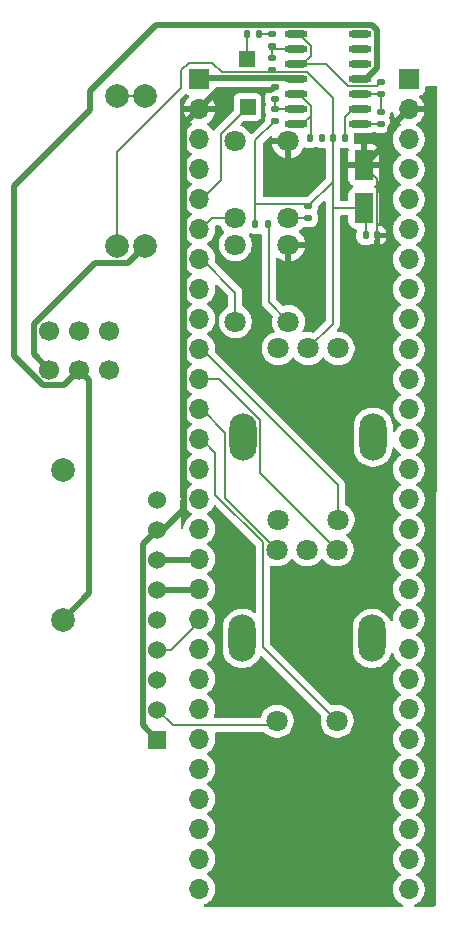
<source format=gbr>
%TF.GenerationSoftware,KiCad,Pcbnew,9.0.0*%
%TF.CreationDate,2025-11-19T14:43:49-05:00*%
%TF.ProjectId,ECE_362_final_proj,4543455f-3336-4325-9f66-696e616c5f70,rev?*%
%TF.SameCoordinates,Original*%
%TF.FileFunction,Copper,L1,Top*%
%TF.FilePolarity,Positive*%
%FSLAX46Y46*%
G04 Gerber Fmt 4.6, Leading zero omitted, Abs format (unit mm)*
G04 Created by KiCad (PCBNEW 9.0.0) date 2025-11-19 14:43:49*
%MOMM*%
%LPD*%
G01*
G04 APERTURE LIST*
G04 Aperture macros list*
%AMRoundRect*
0 Rectangle with rounded corners*
0 $1 Rounding radius*
0 $2 $3 $4 $5 $6 $7 $8 $9 X,Y pos of 4 corners*
0 Add a 4 corners polygon primitive as box body*
4,1,4,$2,$3,$4,$5,$6,$7,$8,$9,$2,$3,0*
0 Add four circle primitives for the rounded corners*
1,1,$1+$1,$2,$3*
1,1,$1+$1,$4,$5*
1,1,$1+$1,$6,$7*
1,1,$1+$1,$8,$9*
0 Add four rect primitives between the rounded corners*
20,1,$1+$1,$2,$3,$4,$5,0*
20,1,$1+$1,$4,$5,$6,$7,0*
20,1,$1+$1,$6,$7,$8,$9,0*
20,1,$1+$1,$8,$9,$2,$3,0*%
G04 Aperture macros list end*
%TA.AperFunction,ComponentPad*%
%ADD10O,2.300000X4.000000*%
%TD*%
%TA.AperFunction,ComponentPad*%
%ADD11C,1.800000*%
%TD*%
%TA.AperFunction,SMDPad,CuDef*%
%ADD12RoundRect,0.135000X-0.185000X0.135000X-0.185000X-0.135000X0.185000X-0.135000X0.185000X0.135000X0*%
%TD*%
%TA.AperFunction,SMDPad,CuDef*%
%ADD13RoundRect,0.135000X0.185000X-0.135000X0.185000X0.135000X-0.185000X0.135000X-0.185000X-0.135000X0*%
%TD*%
%TA.AperFunction,SMDPad,CuDef*%
%ADD14RoundRect,0.135000X0.135000X0.185000X-0.135000X0.185000X-0.135000X-0.185000X0.135000X-0.185000X0*%
%TD*%
%TA.AperFunction,ComponentPad*%
%ADD15C,2.000000*%
%TD*%
%TA.AperFunction,SMDPad,CuDef*%
%ADD16RoundRect,0.140000X0.140000X0.170000X-0.140000X0.170000X-0.140000X-0.170000X0.140000X-0.170000X0*%
%TD*%
%TA.AperFunction,SMDPad,CuDef*%
%ADD17RoundRect,0.135000X-0.135000X-0.185000X0.135000X-0.185000X0.135000X0.185000X-0.135000X0.185000X0*%
%TD*%
%TA.AperFunction,ComponentPad*%
%ADD18R,1.350000X1.350000*%
%TD*%
%TA.AperFunction,SMDPad,CuDef*%
%ADD19O,1.967500X0.595000*%
%TD*%
%TA.AperFunction,ComponentPad*%
%ADD20R,1.524000X1.524000*%
%TD*%
%TA.AperFunction,ComponentPad*%
%ADD21C,1.524000*%
%TD*%
%TA.AperFunction,ComponentPad*%
%ADD22C,1.700000*%
%TD*%
%TA.AperFunction,SMDPad,CuDef*%
%ADD23RoundRect,0.250000X-0.550000X1.050000X-0.550000X-1.050000X0.550000X-1.050000X0.550000X1.050000X0*%
%TD*%
%TA.AperFunction,ComponentPad*%
%ADD24R,1.700000X1.700000*%
%TD*%
%TA.AperFunction,ComponentPad*%
%ADD25O,1.700000X1.700000*%
%TD*%
%TA.AperFunction,ViaPad*%
%ADD26C,0.600000*%
%TD*%
%TA.AperFunction,Conductor*%
%ADD27C,0.500000*%
%TD*%
%TA.AperFunction,Conductor*%
%ADD28C,0.200000*%
%TD*%
G04 APERTURE END LIST*
D10*
%TO.P,SW3,6,6*%
%TO.N,unconnected-(SW3-Pad6)*%
X13556000Y-51617000D03*
%TO.P,SW3,7,7*%
%TO.N,unconnected-(SW3-Pad7)*%
X24556000Y-51617000D03*
D11*
%TO.P,SW3,A,A*%
%TO.N,/GPIO8*%
X21596000Y-44117000D03*
%TO.P,SW3,B,B*%
%TO.N,/GPIO9*%
X16516000Y-44117000D03*
%TO.P,SW3,C,C*%
%TO.N,GND*%
X19056000Y-44117000D03*
%TO.P,SW3,D,D*%
%TO.N,/GPIO10*%
X21596000Y-58617000D03*
%TO.P,SW3,E,E*%
%TO.N,GND*%
X16516000Y-58617000D03*
%TD*%
D12*
%TO.P,R2,1*%
%TO.N,Net-(R1-Pad2)*%
X16076000Y-455375D03*
%TO.P,R2,2*%
%TO.N,Net-(U1A--)*%
X16076000Y-1475375D03*
%TD*%
D10*
%TO.P,SW1,6,6*%
%TO.N,unconnected-(SW1-Pad6)*%
X13636000Y-34567000D03*
%TO.P,SW1,7,7*%
%TO.N,unconnected-(SW1-Pad7)*%
X24636000Y-34567000D03*
D11*
%TO.P,SW1,A,A*%
%TO.N,/GPIO5*%
X21676000Y-27067000D03*
%TO.P,SW1,B,B*%
%TO.N,/GPIO6*%
X16596000Y-27067000D03*
%TO.P,SW1,C,C*%
%TO.N,GND*%
X19136000Y-27067000D03*
%TO.P,SW1,D,D*%
%TO.N,/GPIO7*%
X21676000Y-41567000D03*
%TO.P,SW1,E,E*%
%TO.N,GND*%
X16596000Y-41567000D03*
%TD*%
D13*
%TO.P,R10,1*%
%TO.N,Net-(SW2-K)*%
X19146000Y-16047000D03*
%TO.P,R10,2*%
%TO.N,GND*%
X19146000Y-15027000D03*
%TD*%
D14*
%TO.P,R7,1*%
%TO.N,Net-(U1C--)*%
X20326000Y-9267000D03*
%TO.P,R7,2*%
%TO.N,Net-(U1B-+)*%
X19306000Y-9267000D03*
%TD*%
D11*
%TO.P,SW2,1,1*%
%TO.N,/GPIO3*%
X12956000Y-16037000D03*
%TO.P,SW2,2,2*%
%TO.N,unconnected-(SW2-Pad2)*%
X12956000Y-9537000D03*
%TO.P,SW2,3,K*%
%TO.N,Net-(SW2-K)*%
X17456000Y-16037000D03*
%TO.P,SW2,4,A*%
%TO.N,+3.3V*%
X17456000Y-9537000D03*
%TD*%
D15*
%TO.P,BT1,1*%
%TO.N,BT1_GND*%
X5326000Y-5717000D03*
%TO.P,BT1,2*%
%TO.N,BT1+*%
X5326000Y-18417000D03*
%TD*%
D16*
%TO.P,C1,1*%
%TO.N,+3.3V*%
X24976000Y-17497000D03*
%TO.P,C1,2*%
%TO.N,GND*%
X24016000Y-17497000D03*
%TD*%
D12*
%TO.P,R5,1*%
%TO.N,Net-(U1A-+)*%
X25286000Y-4487000D03*
%TO.P,R5,2*%
%TO.N,Net-(U1C-+)*%
X25286000Y-5507000D03*
%TD*%
D14*
%TO.P,R11,1*%
%TO.N,Net-(SW4-K)*%
X15706000Y-16547000D03*
%TO.P,R11,2*%
%TO.N,GND*%
X14686000Y-16547000D03*
%TD*%
D12*
%TO.P,R6,1*%
%TO.N,+3.3V*%
X16306000Y-4917000D03*
%TO.P,R6,2*%
%TO.N,Net-(U1B--)*%
X16306000Y-5937000D03*
%TD*%
D17*
%TO.P,R1,1*%
%TO.N,Net-(J1-Pin_1)*%
X13986000Y-455375D03*
%TO.P,R1,2*%
%TO.N,Net-(R1-Pad2)*%
X15006000Y-455375D03*
%TD*%
D18*
%TO.P,J1,1,Pin_1*%
%TO.N,Net-(J1-Pin_1)*%
X13986000Y-2545375D03*
%TD*%
D14*
%TO.P,R8,1*%
%TO.N,Net-(U1C--)*%
X22236000Y-9267000D03*
%TO.P,R8,2*%
%TO.N,GND*%
X21216000Y-9267000D03*
%TD*%
D11*
%TO.P,SW4,1,1*%
%TO.N,/GPIO4*%
X12976000Y-24787000D03*
%TO.P,SW4,2,2*%
%TO.N,unconnected-(SW4-Pad2)*%
X12976000Y-18287000D03*
%TO.P,SW4,3,K*%
%TO.N,Net-(SW4-K)*%
X17476000Y-24787000D03*
%TO.P,SW4,4,A*%
%TO.N,+3.3V*%
X17476000Y-18287000D03*
%TD*%
D12*
%TO.P,R4,1*%
%TO.N,Net-(U1C-+)*%
X25286000Y-7027000D03*
%TO.P,R4,2*%
%TO.N,/GPIO47_ADC7*%
X25286000Y-8047000D03*
%TD*%
D19*
%TO.P,U1,1*%
%TO.N,Net-(U1A-+)*%
X18076000Y-427000D03*
%TO.P,U1,2,-*%
%TO.N,Net-(U1A--)*%
X18076000Y-1697000D03*
%TO.P,U1,3,+*%
%TO.N,Net-(U1A-+)*%
X18076000Y-2967000D03*
%TO.P,U1,4,V+*%
%TO.N,+BATT*%
X18076000Y-4237000D03*
%TO.P,U1,5,+*%
%TO.N,Net-(U1B-+)*%
X18076000Y-5507000D03*
%TO.P,U1,6,-*%
%TO.N,Net-(U1B--)*%
X18076000Y-6777000D03*
%TO.P,U1,7*%
%TO.N,Net-(U1B-+)*%
X18076000Y-8047000D03*
%TO.P,U1,8*%
%TO.N,/GPIO47_ADC7*%
X23544000Y-8047000D03*
%TO.P,U1,9,-*%
%TO.N,Net-(U1C--)*%
X23544000Y-6777000D03*
%TO.P,U1,10,+*%
%TO.N,Net-(U1C-+)*%
X23544000Y-5507000D03*
%TO.P,U1,11,V-*%
%TO.N,-BATT*%
X23544000Y-4237000D03*
%TO.P,U1,12,+*%
%TO.N,unconnected-(U1D-+-Pad12)*%
X23544000Y-2967000D03*
%TO.P,U1,13,-*%
%TO.N,unconnected-(U1D---Pad13)*%
X23544000Y-1697000D03*
%TO.P,U1,14*%
%TO.N,unconnected-(U1-Pad14)*%
X23544000Y-427000D03*
%TD*%
D12*
%TO.P,R3,1*%
%TO.N,Net-(U1A--)*%
X16076000Y-2435375D03*
%TO.P,R3,2*%
%TO.N,GND*%
X16076000Y-3455375D03*
%TD*%
%TO.P,R9,1*%
%TO.N,Net-(U1B--)*%
X16326000Y-6777000D03*
%TO.P,R9,2*%
%TO.N,GND*%
X16326000Y-7797000D03*
%TD*%
D20*
%TO.P,U2,1*%
%TO.N,+3.3V*%
X6363000Y-60183000D03*
D21*
%TO.P,U2,2*%
%TO.N,GND*%
X6363000Y-57643000D03*
%TO.P,U2,3*%
%TO.N,/GPIO13*%
X6363000Y-55103000D03*
%TO.P,U2,4*%
%TO.N,/GPIO16*%
X6363000Y-52563000D03*
%TO.P,U2,5*%
%TO.N,/GPIO12*%
X6363000Y-50023000D03*
%TO.P,U2,6*%
%TO.N,/GPIO15*%
X6363000Y-47483000D03*
%TO.P,U2,7*%
%TO.N,/GPIO14*%
X6363000Y-44943000D03*
%TO.P,U2,8*%
%TO.N,+3.3V*%
X6363000Y-42403000D03*
%TO.P,U2,9*%
%TO.N,N/C*%
X6363000Y-39863000D03*
%TD*%
D18*
%TO.P,J2,1,Pin_1*%
%TO.N,/GPIO2*%
X14016000Y-6618400D03*
%TD*%
D22*
%TO.P,U_Switch,1*%
%TO.N,+BATT*%
X-2768000Y-25566800D03*
%TO.P,U_Switch,2*%
%TO.N,GND*%
X-228000Y-25566800D03*
%TO.P,U_Switch,3*%
%TO.N,N/C*%
X2312000Y-25566800D03*
%TO.P,U_Switch,4*%
%TO.N,BT1+*%
X-2768000Y-28866800D03*
%TO.P,U_Switch,5*%
%TO.N,-BATT*%
X-228000Y-28866800D03*
%TO.P,U_Switch,6*%
%TO.N,N/C*%
X2312000Y-28866800D03*
%TD*%
D23*
%TO.P,C2,1*%
%TO.N,+3.3V*%
X23846000Y-11557000D03*
%TO.P,C2,2*%
%TO.N,GND*%
X23846000Y-15157000D03*
%TD*%
D24*
%TO.P,J4,1,Pin_1*%
%TO.N,+BATT*%
X27661200Y-4281600D03*
D25*
%TO.P,J4,2,Pin_2*%
%TO.N,+3.3V*%
X27661200Y-6821600D03*
%TO.P,J4,3,Pin_3*%
%TO.N,/GPIO47_ADC7*%
X27661200Y-9361600D03*
%TO.P,J4,4,Pin_4*%
%TO.N,/GPIO46_ADC6*%
X27661200Y-11901600D03*
%TO.P,J4,5,Pin_5*%
%TO.N,/GPIO45_ADC5*%
X27661200Y-14441600D03*
%TO.P,J4,6,Pin_6*%
%TO.N,/GPIO44_ADC4*%
X27661200Y-16981600D03*
%TO.P,J4,7,Pin_7*%
%TO.N,/GPIO43_ADC3*%
X27661200Y-19521600D03*
%TO.P,J4,8,Pin_8*%
%TO.N,/GPIO42_ADC2*%
X27661200Y-22061600D03*
%TO.P,J4,9,Pin_9*%
%TO.N,/GPIO41_ADC1*%
X27661200Y-24601600D03*
%TO.P,J4,10,Pin_10*%
%TO.N,x*%
X27661200Y-27141600D03*
%TO.P,J4,11,Pin_11*%
%TO.N,/GPIO39*%
X27661200Y-29681600D03*
%TO.P,J4,12,Pin_12*%
%TO.N,/GPIO38*%
X27661200Y-32221600D03*
%TO.P,J4,13,Pin_13*%
%TO.N,/GPIO37*%
X27661200Y-34761600D03*
%TO.P,J4,14,Pin_14*%
%TO.N,/GPIO36*%
X27661200Y-37301600D03*
%TO.P,J4,15,Pin_15*%
%TO.N,/GPIO35*%
X27661200Y-39841600D03*
%TO.P,J4,16,Pin_16*%
%TO.N,/GPIO34*%
X27661200Y-42381600D03*
%TO.P,J4,17,Pin_17*%
%TO.N,/GPIO33*%
X27661200Y-44921600D03*
%TO.P,J4,18,Pin_18*%
%TO.N,/GPIO32*%
X27661200Y-47461600D03*
%TO.P,J4,19,Pin_19*%
%TO.N,/GPIO31*%
X27661200Y-50001600D03*
%TO.P,J4,20,Pin_20*%
%TO.N,/GPIO30*%
X27661200Y-52541600D03*
%TO.P,J4,21,Pin_21*%
%TO.N,/GPIO29*%
X27661200Y-55081600D03*
%TO.P,J4,22,Pin_22*%
%TO.N,/GPIO28*%
X27661200Y-57621600D03*
%TO.P,J4,23,Pin_23*%
%TO.N,/GPIO27*%
X27661200Y-60161600D03*
%TO.P,J4,24,Pin_24*%
%TO.N,/GPIO26*%
X27661200Y-62701600D03*
%TO.P,J4,25,Pin_25*%
%TO.N,/GPIO25*%
X27661200Y-65241600D03*
%TO.P,J4,26,Pin_26*%
%TO.N,/SWCLK*%
X27661200Y-67781600D03*
%TO.P,J4,27,Pin_27*%
%TO.N,/SWD*%
X27661200Y-70321600D03*
%TO.P,J4,28,Pin_28*%
%TO.N,GND*%
X27661200Y-72861600D03*
%TD*%
D15*
%TO.P,BATT3,1*%
%TO.N,GND*%
X-1651500Y-37342000D03*
%TO.P,BATT3,2*%
%TO.N,-BATT*%
X-1651500Y-50042000D03*
%TD*%
D24*
%TO.P,J3,1,Pin_1*%
%TO.N,+BATT*%
X9932000Y-4247000D03*
D25*
%TO.P,J3,2,Pin_2*%
%TO.N,+3.3V*%
X9932000Y-6787000D03*
%TO.P,J3,3,Pin_3*%
%TO.N,/GPIO0*%
X9932000Y-9327000D03*
%TO.P,J3,4,Pin_4*%
%TO.N,/GPIO1*%
X9932000Y-11867000D03*
%TO.P,J3,5,Pin_5*%
%TO.N,/GPIO2*%
X9932000Y-14407000D03*
%TO.P,J3,6,Pin_6*%
%TO.N,/GPIO3*%
X9932000Y-16947000D03*
%TO.P,J3,7,Pin_7*%
%TO.N,/GPIO4*%
X9932000Y-19487000D03*
%TO.P,J3,8,Pin_8*%
%TO.N,/GPIO5*%
X9932000Y-22027000D03*
%TO.P,J3,9,Pin_9*%
%TO.N,/GPIO6*%
X9932000Y-24567000D03*
%TO.P,J3,10,Pin_10*%
%TO.N,/GPIO7*%
X9932000Y-27107000D03*
%TO.P,J3,11,Pin_11*%
%TO.N,/GPIO8*%
X9932000Y-29647000D03*
%TO.P,J3,12,Pin_12*%
%TO.N,/GPIO9*%
X9932000Y-32187000D03*
%TO.P,J3,13,Pin_13*%
%TO.N,/GPIO10*%
X9932000Y-34727000D03*
%TO.P,J3,14,Pin_14*%
%TO.N,/GPIO11*%
X9932000Y-37267000D03*
%TO.P,J3,15,Pin_15*%
%TO.N,/GPIO12*%
X9932000Y-39807000D03*
%TO.P,J3,16,Pin_16*%
%TO.N,/GPIO13*%
X9932000Y-42347000D03*
%TO.P,J3,17,Pin_17*%
%TO.N,/GPIO14*%
X9932000Y-44887000D03*
%TO.P,J3,18,Pin_18*%
%TO.N,/GPIO15*%
X9932000Y-47427000D03*
%TO.P,J3,19,Pin_19*%
%TO.N,/GPIO16*%
X9932000Y-49967000D03*
%TO.P,J3,20,Pin_20*%
%TO.N,/GPIO17*%
X9932000Y-52507000D03*
%TO.P,J3,21,Pin_21*%
%TO.N,/GPIO18*%
X9932000Y-55047000D03*
%TO.P,J3,22,Pin_22*%
%TO.N,/GPIO19*%
X9932000Y-57587000D03*
%TO.P,J3,23,Pin_23*%
%TO.N,/GPIO20*%
X9932000Y-60127000D03*
%TO.P,J3,24,Pin_24*%
%TO.N,/GPIO21*%
X9932000Y-62667000D03*
%TO.P,J3,25,Pin_25*%
%TO.N,/GPIO22*%
X9932000Y-65207000D03*
%TO.P,J3,26,Pin_26*%
%TO.N,/GPIO23*%
X9932000Y-67747000D03*
%TO.P,J3,27,Pin_27*%
%TO.N,/GPIO24*%
X9932000Y-70287000D03*
%TO.P,J3,28,Pin_28*%
%TO.N,GND*%
X9932000Y-72827000D03*
%TD*%
D15*
%TO.P,BT2,1*%
%TO.N,GND*%
X2956000Y-18417000D03*
%TO.P,BT2,2*%
%TO.N,BT1_GND*%
X2956000Y-5717000D03*
%TD*%
D26*
%TO.N,/GPIO47_ADC7*%
X25286000Y-8047000D03*
%TO.N,Net-(U1C--)*%
X22236000Y-9267000D03*
X20326000Y-9267000D03*
%TD*%
D27*
%TO.N,+3.3V*%
X27661200Y-6821600D02*
X26057000Y-8425800D01*
X26057000Y-9346000D02*
X23846000Y-11557000D01*
X6363000Y-60183000D02*
X5150000Y-58970000D01*
X8627000Y-8092000D02*
X9932000Y-6787000D01*
X9932000Y-6787000D02*
X11523000Y-5196000D01*
D28*
X24976000Y-12687000D02*
X23846000Y-11557000D01*
D27*
X5150000Y-58970000D02*
X5150000Y-43616000D01*
D28*
X24976000Y-17497000D02*
X24976000Y-12687000D01*
D27*
X26057000Y-8425800D02*
X26057000Y-9346000D01*
X8627000Y-40647000D02*
X8627000Y-8092000D01*
X16027000Y-5196000D02*
X16306000Y-4917000D01*
X5150000Y-43616000D02*
X6363000Y-42403000D01*
X6363000Y-42403000D02*
X6600000Y-42403000D01*
X6871000Y-42403000D02*
X8627000Y-40647000D01*
X6363000Y-42403000D02*
X6871000Y-42403000D01*
X11523000Y-5196000D02*
X16027000Y-5196000D01*
D28*
%TO.N,/GPIO3*%
X12956000Y-16037000D02*
X11036000Y-16037000D01*
X11036000Y-16037000D02*
X10126000Y-16947000D01*
%TO.N,/GPIO7*%
X21676000Y-41567000D02*
X21676000Y-38657000D01*
X21676000Y-38657000D02*
X10126000Y-27107000D01*
D27*
%TO.N,/GPIO14*%
X10070000Y-44943000D02*
X10126000Y-44887000D01*
D28*
X10106000Y-44867000D02*
X10126000Y-44887000D01*
D27*
X6363000Y-44943000D02*
X10070000Y-44943000D01*
%TO.N,+BATT*%
X18035000Y-4196000D02*
X18076000Y-4237000D01*
X9983000Y-4196000D02*
X18035000Y-4196000D01*
X9932000Y-4247000D02*
X9983000Y-4196000D01*
D28*
%TO.N,/GPIO4*%
X12976000Y-22337000D02*
X10126000Y-19487000D01*
X12976000Y-24787000D02*
X12976000Y-22337000D01*
%TO.N,/GPIO8*%
X15087000Y-37608000D02*
X15087000Y-33115976D01*
X21596000Y-44117000D02*
X15087000Y-37608000D01*
X11618024Y-29647000D02*
X10126000Y-29647000D01*
X15087000Y-33115976D02*
X11618024Y-29647000D01*
%TO.N,/GPIO2*%
X11755000Y-8879400D02*
X14016000Y-6618400D01*
X10186000Y-14467000D02*
X10126000Y-14407000D01*
X10126000Y-14407000D02*
X11755000Y-12778000D01*
X11755000Y-12778000D02*
X11755000Y-8879400D01*
%TO.N,/GPIO9*%
X12126000Y-39727000D02*
X12126000Y-34187000D01*
X16516000Y-44117000D02*
X12126000Y-39727000D01*
X12126000Y-34187000D02*
X10126000Y-32187000D01*
%TO.N,/GPIO16*%
X7530000Y-52563000D02*
X10126000Y-49967000D01*
X6363000Y-52563000D02*
X7530000Y-52563000D01*
%TO.N,/GPIO15*%
X10106000Y-47407000D02*
X10126000Y-47427000D01*
D27*
X10070000Y-47483000D02*
X10126000Y-47427000D01*
X6363000Y-47483000D02*
X10070000Y-47483000D01*
D28*
%TO.N,/GPIO10*%
X15315000Y-52336000D02*
X15315000Y-43483100D01*
X21596000Y-58617000D02*
X15315000Y-52336000D01*
X15315000Y-43483100D02*
X11277000Y-39445100D01*
X11277000Y-39445100D02*
X11277000Y-35878000D01*
X11277000Y-35878000D02*
X10126000Y-34727000D01*
%TO.N,/GPIO47_ADC7*%
X23544000Y-8047000D02*
X25286000Y-8047000D01*
%TO.N,Net-(R1-Pad2)*%
X15006000Y-455375D02*
X16076000Y-455375D01*
%TO.N,Net-(U1A--)*%
X18076000Y-1697000D02*
X15956000Y-1697000D01*
X16076000Y-1475375D02*
X16076000Y-2435375D01*
%TO.N,Net-(U1C-+)*%
X25286000Y-5507000D02*
X25286000Y-7027000D01*
X23544000Y-5507000D02*
X25286000Y-5507000D01*
%TO.N,Net-(U1A-+)*%
X18076000Y-2967000D02*
X20686000Y-2967000D01*
X24937500Y-4835500D02*
X25286000Y-4487000D01*
X25286000Y-4487000D02*
X25286000Y-4217001D01*
X20686000Y-2967000D02*
X22554500Y-4835500D01*
X19360750Y-2271000D02*
X18664750Y-2967000D01*
X18076000Y-427000D02*
X18338657Y-427000D01*
X18338657Y-427000D02*
X19360750Y-1449093D01*
X18664750Y-2967000D02*
X18076000Y-2967000D01*
X22554500Y-4835500D02*
X24937500Y-4835500D01*
X19360750Y-1449093D02*
X19360750Y-2271000D01*
%TO.N,Net-(U1B--)*%
X16306000Y-5937000D02*
X16306000Y-6807000D01*
X18076000Y-6777000D02*
X16326000Y-6777000D01*
%TO.N,Net-(U1B-+)*%
X18076000Y-5507000D02*
X18338657Y-5507000D01*
X19360750Y-7351000D02*
X18664750Y-8047000D01*
X19360750Y-7351000D02*
X19360750Y-9212250D01*
X19360750Y-9212250D02*
X19306000Y-9267000D01*
X19360750Y-6529093D02*
X19360750Y-7351000D01*
X18338657Y-5507000D02*
X19360750Y-6529093D01*
X18664750Y-8047000D02*
X18076000Y-8047000D01*
%TO.N,Net-(U1C--)*%
X22236000Y-7496250D02*
X22236000Y-9267000D01*
X22955250Y-6777000D02*
X22236000Y-7496250D01*
X23544000Y-6777000D02*
X22955250Y-6777000D01*
%TO.N,Net-(SW2-K)*%
X17466000Y-16047000D02*
X17456000Y-16037000D01*
X19146000Y-16047000D02*
X17466000Y-16047000D01*
%TO.N,Net-(SW4-K)*%
X15796000Y-23107000D02*
X17476000Y-24787000D01*
X15796000Y-16557000D02*
X15796000Y-23107000D01*
D27*
%TO.N,-BATT*%
X-5786307Y-13315679D02*
X635600Y-6893772D01*
X-3306892Y-30167800D02*
X-5786307Y-27688385D01*
X-228000Y-28866800D02*
X622000Y-29716800D01*
X24018789Y-4237000D02*
X23544000Y-4237000D01*
X622000Y-47768500D02*
X-1651500Y-50042000D01*
X635600Y-5297600D02*
X6254700Y321500D01*
X-1529000Y-30167800D02*
X-3306892Y-30167800D01*
X-228000Y-28866800D02*
X-1529000Y-30167800D01*
X635600Y-6893772D02*
X635600Y-5297600D01*
X622000Y-29716800D02*
X622000Y-47768500D01*
X24978750Y-116961D02*
X24978750Y-3277039D01*
X24540289Y321500D02*
X24978750Y-116961D01*
X6254700Y321500D02*
X24540289Y321500D01*
X-5786307Y-27688385D02*
X-5786307Y-13315679D01*
X24978750Y-3277039D02*
X24018789Y-4237000D01*
D28*
%TO.N,GND*%
X16157000Y-58976000D02*
X7696000Y-58976000D01*
X14586000Y-16447000D02*
X14686000Y-16547000D01*
X19146000Y-15027000D02*
X21216000Y-12957000D01*
X21216000Y-15137000D02*
X21216000Y-24987000D01*
X11819500Y-3638500D02*
X16586000Y-3638500D01*
X24016000Y-17497000D02*
X24016000Y-15327000D01*
X9017800Y-2859200D02*
X11040200Y-2859200D01*
X21216000Y-5844343D02*
X21216000Y-9267000D01*
X8357200Y-5025800D02*
X8357200Y-3519800D01*
X2956000Y-18417000D02*
X2956000Y-10427000D01*
X21216000Y-24987000D02*
X19136000Y-27067000D01*
X16326000Y-7797000D02*
X14686000Y-9437000D01*
X18955000Y-14836000D02*
X14727000Y-14836000D01*
X14686000Y-9437000D02*
X14686000Y-14877000D01*
X23846000Y-15157000D02*
X21236000Y-15157000D01*
X7696000Y-58976000D02*
X6363000Y-57643000D01*
X14727000Y-14836000D02*
X14686000Y-14877000D01*
X8357200Y-3519800D02*
X9017800Y-2859200D01*
X16259125Y-3638500D02*
X16586000Y-3638500D01*
X21216000Y-9267000D02*
X21216000Y-15137000D01*
X-1379000Y-37069500D02*
X-1651500Y-37342000D01*
X11040200Y-2859200D02*
X11819500Y-3638500D01*
X2956000Y-10427000D02*
X8357200Y-5025800D01*
X16516000Y-58617000D02*
X16157000Y-58976000D01*
X19146000Y-15027000D02*
X18955000Y-14836000D01*
X14686000Y-14877000D02*
X14686000Y-16547000D01*
X16076000Y-3455375D02*
X16259125Y-3638500D01*
X16596000Y-41657000D02*
X16596000Y-41567000D01*
X16586000Y-3638500D02*
X19010157Y-3638500D01*
X19010157Y-3638500D02*
X21216000Y-5844343D01*
%TO.N,Net-(J1-Pin_1)*%
X13986000Y-2545375D02*
X13986000Y-455375D01*
%TO.N,BT1_GND*%
X2956000Y-5717000D02*
X4925000Y-5717000D01*
D27*
%TO.N,BT1+*%
X5326000Y-18417000D02*
X3875000Y-19868000D01*
X-4069000Y-25027908D02*
X-4069000Y-27565800D01*
X-4069000Y-27565800D02*
X-2768000Y-28866800D01*
X1090908Y-19868000D02*
X-4069000Y-25027908D01*
X3875000Y-19868000D02*
X1090908Y-19868000D01*
%TD*%
%TA.AperFunction,Conductor*%
%TO.N,+3.3V*%
G36*
X26262781Y-7072268D02*
G01*
X26278768Y-7074103D01*
X26293907Y-7086482D01*
X26311699Y-7094607D01*
X26321001Y-7108636D01*
X26332857Y-7118331D01*
X26348430Y-7150004D01*
X26410104Y-7339816D01*
X26506579Y-7529157D01*
X26631472Y-7701059D01*
X26631476Y-7701064D01*
X26781735Y-7851323D01*
X26781740Y-7851327D01*
X26953644Y-7976222D01*
X26962695Y-7980834D01*
X27013492Y-8028808D01*
X27030287Y-8096629D01*
X27007750Y-8162764D01*
X26962699Y-8201802D01*
X26953382Y-8206549D01*
X26781413Y-8331490D01*
X26631090Y-8481813D01*
X26506151Y-8653779D01*
X26409644Y-8843185D01*
X26343953Y-9045360D01*
X26334889Y-9102591D01*
X26310700Y-9255313D01*
X26310700Y-9467887D01*
X26313621Y-9486327D01*
X26342720Y-9670057D01*
X26343954Y-9677843D01*
X26398401Y-9845414D01*
X26409644Y-9880014D01*
X26506151Y-10069420D01*
X26631090Y-10241386D01*
X26781413Y-10391709D01*
X26953382Y-10516650D01*
X26962146Y-10521116D01*
X27012942Y-10569091D01*
X27029736Y-10636912D01*
X27007198Y-10703047D01*
X26962146Y-10742084D01*
X26953382Y-10746549D01*
X26781413Y-10871490D01*
X26631090Y-11021813D01*
X26506151Y-11193779D01*
X26409644Y-11383185D01*
X26343953Y-11585360D01*
X26316180Y-11760713D01*
X26310700Y-11795313D01*
X26310700Y-12007887D01*
X26343954Y-12217843D01*
X26398401Y-12385414D01*
X26409644Y-12420014D01*
X26506151Y-12609420D01*
X26631090Y-12781386D01*
X26781413Y-12931709D01*
X26953382Y-13056650D01*
X26962146Y-13061116D01*
X27012942Y-13109091D01*
X27029736Y-13176912D01*
X27007198Y-13243047D01*
X26962146Y-13282084D01*
X26953382Y-13286549D01*
X26781413Y-13411490D01*
X26631090Y-13561813D01*
X26506151Y-13733779D01*
X26409644Y-13923185D01*
X26343953Y-14125360D01*
X26326958Y-14232665D01*
X26310700Y-14335313D01*
X26310700Y-14547887D01*
X26343954Y-14757843D01*
X26407550Y-14953571D01*
X26409644Y-14960014D01*
X26506151Y-15149420D01*
X26631090Y-15321386D01*
X26781413Y-15471709D01*
X26953382Y-15596650D01*
X26962146Y-15601116D01*
X27012942Y-15649091D01*
X27029736Y-15716912D01*
X27007198Y-15783047D01*
X26962146Y-15822084D01*
X26953382Y-15826549D01*
X26781413Y-15951490D01*
X26631090Y-16101813D01*
X26506151Y-16273779D01*
X26409644Y-16463185D01*
X26409643Y-16463187D01*
X26409643Y-16463188D01*
X26389126Y-16526334D01*
X26343953Y-16665360D01*
X26322674Y-16799710D01*
X26310700Y-16875313D01*
X26310700Y-17087887D01*
X26319848Y-17145642D01*
X26337909Y-17259681D01*
X26343954Y-17297843D01*
X26408664Y-17497000D01*
X26409644Y-17500014D01*
X26506151Y-17689420D01*
X26631090Y-17861386D01*
X26781413Y-18011709D01*
X26953382Y-18136650D01*
X26962146Y-18141116D01*
X27012942Y-18189091D01*
X27029736Y-18256912D01*
X27007198Y-18323047D01*
X26962146Y-18362084D01*
X26953382Y-18366549D01*
X26781413Y-18491490D01*
X26631090Y-18641813D01*
X26506151Y-18813779D01*
X26409644Y-19003185D01*
X26409643Y-19003187D01*
X26409643Y-19003188D01*
X26403848Y-19021022D01*
X26343953Y-19205360D01*
X26318865Y-19363761D01*
X26310700Y-19415313D01*
X26310700Y-19627887D01*
X26314680Y-19653014D01*
X26330062Y-19750137D01*
X26343954Y-19837843D01*
X26398401Y-20005414D01*
X26409644Y-20040014D01*
X26506151Y-20229420D01*
X26631090Y-20401386D01*
X26781413Y-20551709D01*
X26953382Y-20676650D01*
X26962146Y-20681116D01*
X27012942Y-20729091D01*
X27029736Y-20796912D01*
X27007198Y-20863047D01*
X26962146Y-20902084D01*
X26953382Y-20906549D01*
X26781413Y-21031490D01*
X26631090Y-21181813D01*
X26506151Y-21353779D01*
X26409644Y-21543185D01*
X26343953Y-21745360D01*
X26316180Y-21920713D01*
X26310700Y-21955313D01*
X26310700Y-22167887D01*
X26343954Y-22377843D01*
X26398401Y-22545414D01*
X26409644Y-22580014D01*
X26506151Y-22769420D01*
X26631090Y-22941386D01*
X26781413Y-23091709D01*
X26953382Y-23216650D01*
X26962146Y-23221116D01*
X27012942Y-23269091D01*
X27029736Y-23336912D01*
X27007198Y-23403047D01*
X26962146Y-23442084D01*
X26953382Y-23446549D01*
X26781413Y-23571490D01*
X26631090Y-23721813D01*
X26506151Y-23893779D01*
X26409644Y-24083185D01*
X26343953Y-24285360D01*
X26327571Y-24388794D01*
X26310700Y-24495313D01*
X26310700Y-24707887D01*
X26317994Y-24753941D01*
X26340687Y-24897221D01*
X26343954Y-24917843D01*
X26398401Y-25085414D01*
X26409644Y-25120014D01*
X26506151Y-25309420D01*
X26631090Y-25481386D01*
X26781413Y-25631709D01*
X26953382Y-25756650D01*
X26962146Y-25761116D01*
X27012942Y-25809091D01*
X27029736Y-25876912D01*
X27007198Y-25943047D01*
X26962146Y-25982084D01*
X26953382Y-25986549D01*
X26781413Y-26111490D01*
X26631090Y-26261813D01*
X26506151Y-26433779D01*
X26409644Y-26623185D01*
X26343953Y-26825360D01*
X26310700Y-27035313D01*
X26310700Y-27247886D01*
X26330062Y-27370137D01*
X26343954Y-27457843D01*
X26398401Y-27625414D01*
X26409644Y-27660014D01*
X26506151Y-27849420D01*
X26631090Y-28021386D01*
X26781413Y-28171709D01*
X26953382Y-28296650D01*
X26962146Y-28301116D01*
X27012942Y-28349091D01*
X27029736Y-28416912D01*
X27007198Y-28483047D01*
X26962146Y-28522084D01*
X26953382Y-28526549D01*
X26781413Y-28651490D01*
X26631090Y-28801813D01*
X26506151Y-28973779D01*
X26409644Y-29163185D01*
X26343953Y-29365360D01*
X26316180Y-29540713D01*
X26310700Y-29575313D01*
X26310700Y-29787887D01*
X26343954Y-29997843D01*
X26398401Y-30165414D01*
X26409644Y-30200014D01*
X26506151Y-30389420D01*
X26631090Y-30561386D01*
X26781413Y-30711709D01*
X26953382Y-30836650D01*
X26962146Y-30841116D01*
X27012942Y-30889091D01*
X27029736Y-30956912D01*
X27007198Y-31023047D01*
X26962146Y-31062084D01*
X26953382Y-31066549D01*
X26781413Y-31191490D01*
X26631090Y-31341813D01*
X26506151Y-31513779D01*
X26409644Y-31703185D01*
X26343953Y-31905360D01*
X26310700Y-32115313D01*
X26310700Y-32327886D01*
X26330062Y-32450137D01*
X26343954Y-32537843D01*
X26398401Y-32705414D01*
X26409644Y-32740014D01*
X26506151Y-32929420D01*
X26631090Y-33101386D01*
X26781413Y-33251709D01*
X26953382Y-33376650D01*
X26962146Y-33381116D01*
X27012942Y-33429091D01*
X27029736Y-33496912D01*
X27007198Y-33563047D01*
X26962146Y-33602084D01*
X26953382Y-33606549D01*
X26781413Y-33731490D01*
X26631094Y-33881809D01*
X26631090Y-33881814D01*
X26510818Y-34047356D01*
X26455488Y-34090022D01*
X26385875Y-34096001D01*
X26324080Y-34063396D01*
X26289723Y-34002557D01*
X26286500Y-33974471D01*
X26286500Y-33587097D01*
X26258808Y-33412259D01*
X26245860Y-33330507D01*
X26165579Y-33083428D01*
X26165577Y-33083425D01*
X26165577Y-33083423D01*
X26122787Y-32999445D01*
X26047634Y-32851949D01*
X25894931Y-32641771D01*
X25711229Y-32458069D01*
X25501051Y-32305366D01*
X25428764Y-32268534D01*
X25269576Y-32187422D01*
X25022493Y-32107140D01*
X24765902Y-32066500D01*
X24765897Y-32066500D01*
X24506103Y-32066500D01*
X24506098Y-32066500D01*
X24249506Y-32107140D01*
X24002423Y-32187422D01*
X23770945Y-32305368D01*
X23560774Y-32458066D01*
X23560768Y-32458071D01*
X23377071Y-32641768D01*
X23377066Y-32641774D01*
X23224368Y-32851945D01*
X23106422Y-33083423D01*
X23026140Y-33330506D01*
X22985500Y-33587097D01*
X22985500Y-35546902D01*
X23026140Y-35803493D01*
X23106422Y-36050576D01*
X23224368Y-36282054D01*
X23325905Y-36421808D01*
X23377069Y-36492229D01*
X23560771Y-36675931D01*
X23770949Y-36828634D01*
X23882747Y-36885598D01*
X24002423Y-36946577D01*
X24002425Y-36946577D01*
X24002428Y-36946579D01*
X24249507Y-37026860D01*
X24381706Y-37047797D01*
X24506098Y-37067500D01*
X24506103Y-37067500D01*
X24765902Y-37067500D01*
X24879298Y-37049539D01*
X25022493Y-37026860D01*
X25269572Y-36946579D01*
X25501051Y-36828634D01*
X25711229Y-36675931D01*
X25894931Y-36492229D01*
X26047634Y-36282051D01*
X26165579Y-36050572D01*
X26245860Y-35803493D01*
X26277015Y-35606786D01*
X26286500Y-35546900D01*
X26286882Y-35542047D01*
X26288426Y-35542168D01*
X26306185Y-35481689D01*
X26358989Y-35435934D01*
X26428147Y-35425990D01*
X26491703Y-35455015D01*
X26510816Y-35475840D01*
X26605958Y-35606792D01*
X26631096Y-35641392D01*
X26781413Y-35791709D01*
X26953382Y-35916650D01*
X26962146Y-35921116D01*
X27012942Y-35969091D01*
X27029736Y-36036912D01*
X27007198Y-36103047D01*
X26962146Y-36142084D01*
X26953382Y-36146549D01*
X26781413Y-36271490D01*
X26631090Y-36421813D01*
X26506151Y-36593779D01*
X26409644Y-36783185D01*
X26343953Y-36985360D01*
X26310700Y-37195313D01*
X26310700Y-37407886D01*
X26329873Y-37528943D01*
X26343954Y-37617843D01*
X26398401Y-37785414D01*
X26409644Y-37820014D01*
X26506151Y-38009420D01*
X26631090Y-38181386D01*
X26781413Y-38331709D01*
X26953382Y-38456650D01*
X26962146Y-38461116D01*
X27012942Y-38509091D01*
X27029736Y-38576912D01*
X27007198Y-38643047D01*
X26962146Y-38682084D01*
X26953382Y-38686549D01*
X26781413Y-38811490D01*
X26631090Y-38961813D01*
X26506151Y-39133779D01*
X26409644Y-39323185D01*
X26343953Y-39525360D01*
X26318963Y-39683142D01*
X26310700Y-39735313D01*
X26310700Y-39947887D01*
X26320734Y-40011244D01*
X26341407Y-40141767D01*
X26343954Y-40157843D01*
X26406369Y-40349937D01*
X26409644Y-40360014D01*
X26506151Y-40549420D01*
X26631090Y-40721386D01*
X26781413Y-40871709D01*
X26953382Y-40996650D01*
X26962146Y-41001116D01*
X27012942Y-41049091D01*
X27029736Y-41116912D01*
X27007198Y-41183047D01*
X26962146Y-41222084D01*
X26953382Y-41226549D01*
X26781413Y-41351490D01*
X26631090Y-41501813D01*
X26506151Y-41673779D01*
X26409644Y-41863185D01*
X26343953Y-42065360D01*
X26310700Y-42275313D01*
X26310700Y-42487886D01*
X26342991Y-42691767D01*
X26343954Y-42697843D01*
X26398401Y-42865414D01*
X26409644Y-42900014D01*
X26506151Y-43089420D01*
X26631090Y-43261386D01*
X26781413Y-43411709D01*
X26953382Y-43536650D01*
X26962146Y-43541116D01*
X27012942Y-43589091D01*
X27029736Y-43656912D01*
X27007198Y-43723047D01*
X26962146Y-43762084D01*
X26953382Y-43766549D01*
X26781413Y-43891490D01*
X26631090Y-44041813D01*
X26506151Y-44213779D01*
X26409644Y-44403185D01*
X26343953Y-44605360D01*
X26316180Y-44780713D01*
X26310700Y-44815313D01*
X26310700Y-45027887D01*
X26320734Y-45091244D01*
X26335623Y-45185247D01*
X26343954Y-45237843D01*
X26405620Y-45427632D01*
X26409644Y-45440014D01*
X26506151Y-45629420D01*
X26631090Y-45801386D01*
X26781413Y-45951709D01*
X26953382Y-46076650D01*
X26962146Y-46081116D01*
X27012942Y-46129091D01*
X27029736Y-46196912D01*
X27007198Y-46263047D01*
X26962146Y-46302084D01*
X26953382Y-46306549D01*
X26781413Y-46431490D01*
X26631090Y-46581813D01*
X26506151Y-46753779D01*
X26409644Y-46943185D01*
X26343953Y-47145360D01*
X26316180Y-47320713D01*
X26310700Y-47355313D01*
X26310700Y-47567887D01*
X26343954Y-47777843D01*
X26405620Y-47967632D01*
X26409644Y-47980014D01*
X26506151Y-48169420D01*
X26631090Y-48341386D01*
X26781413Y-48491709D01*
X26953382Y-48616650D01*
X26962146Y-48621116D01*
X27012942Y-48669091D01*
X27029736Y-48736912D01*
X27007198Y-48803047D01*
X26962146Y-48842084D01*
X26953382Y-48846549D01*
X26781413Y-48971490D01*
X26631090Y-49121813D01*
X26506151Y-49293779D01*
X26409644Y-49483185D01*
X26343953Y-49685360D01*
X26310700Y-49895313D01*
X26310700Y-50058754D01*
X26291015Y-50125793D01*
X26238211Y-50171548D01*
X26169053Y-50181492D01*
X26105497Y-50152467D01*
X26076215Y-50115049D01*
X26033968Y-50032136D01*
X25967634Y-49901949D01*
X25814931Y-49691771D01*
X25631229Y-49508069D01*
X25517614Y-49425523D01*
X25421054Y-49355368D01*
X25421053Y-49355367D01*
X25421051Y-49355366D01*
X25348764Y-49318534D01*
X25189576Y-49237422D01*
X24942493Y-49157140D01*
X24685902Y-49116500D01*
X24685897Y-49116500D01*
X24426103Y-49116500D01*
X24426098Y-49116500D01*
X24169506Y-49157140D01*
X23922423Y-49237422D01*
X23690945Y-49355368D01*
X23480774Y-49508066D01*
X23480768Y-49508071D01*
X23297071Y-49691768D01*
X23297066Y-49691774D01*
X23144368Y-49901945D01*
X23026422Y-50133423D01*
X22946140Y-50380506D01*
X22905500Y-50637097D01*
X22905500Y-52596902D01*
X22946140Y-52853493D01*
X23026422Y-53100576D01*
X23144368Y-53332054D01*
X23209276Y-53421392D01*
X23297069Y-53542229D01*
X23480771Y-53725931D01*
X23690949Y-53878634D01*
X23797638Y-53932995D01*
X23922423Y-53996577D01*
X23922425Y-53996577D01*
X23922428Y-53996579D01*
X24169507Y-54076860D01*
X24301706Y-54097797D01*
X24426098Y-54117500D01*
X24426103Y-54117500D01*
X24685902Y-54117500D01*
X24799298Y-54099539D01*
X24942493Y-54076860D01*
X25189572Y-53996579D01*
X25421051Y-53878634D01*
X25631229Y-53725931D01*
X25814931Y-53542229D01*
X25967634Y-53332051D01*
X26085579Y-53100572D01*
X26136269Y-52944561D01*
X26175706Y-52886887D01*
X26240065Y-52859689D01*
X26308911Y-52871604D01*
X26360387Y-52918848D01*
X26372131Y-52944562D01*
X26409644Y-53060016D01*
X26506151Y-53249420D01*
X26631090Y-53421386D01*
X26781413Y-53571709D01*
X26953382Y-53696650D01*
X26962146Y-53701116D01*
X27012942Y-53749091D01*
X27029736Y-53816912D01*
X27007198Y-53883047D01*
X26962146Y-53922084D01*
X26953382Y-53926549D01*
X26781413Y-54051490D01*
X26631090Y-54201813D01*
X26506151Y-54373779D01*
X26409644Y-54563185D01*
X26343953Y-54765360D01*
X26326148Y-54877777D01*
X26310700Y-54975313D01*
X26310700Y-55187887D01*
X26315506Y-55218233D01*
X26338473Y-55363241D01*
X26343954Y-55397843D01*
X26405620Y-55587632D01*
X26409644Y-55600014D01*
X26506151Y-55789420D01*
X26631090Y-55961386D01*
X26781413Y-56111709D01*
X26953382Y-56236650D01*
X26962146Y-56241116D01*
X27012942Y-56289091D01*
X27029736Y-56356912D01*
X27007198Y-56423047D01*
X26962146Y-56462084D01*
X26953382Y-56466549D01*
X26781413Y-56591490D01*
X26631090Y-56741813D01*
X26506151Y-56913779D01*
X26409644Y-57103185D01*
X26343953Y-57305360D01*
X26336158Y-57354579D01*
X26310700Y-57515313D01*
X26310700Y-57727887D01*
X26319727Y-57784880D01*
X26338473Y-57903241D01*
X26343954Y-57937843D01*
X26405620Y-58127632D01*
X26409644Y-58140014D01*
X26506151Y-58329420D01*
X26631090Y-58501386D01*
X26781413Y-58651709D01*
X26953382Y-58776650D01*
X26962146Y-58781116D01*
X27012942Y-58829091D01*
X27029736Y-58896912D01*
X27007198Y-58963047D01*
X26962146Y-59002084D01*
X26953382Y-59006549D01*
X26781413Y-59131490D01*
X26631090Y-59281813D01*
X26506151Y-59453779D01*
X26409644Y-59643185D01*
X26343953Y-59845360D01*
X26310700Y-60055313D01*
X26310700Y-60267886D01*
X26343307Y-60473762D01*
X26343954Y-60477843D01*
X26398401Y-60645414D01*
X26409644Y-60680014D01*
X26506151Y-60869420D01*
X26631090Y-61041386D01*
X26781413Y-61191709D01*
X26953382Y-61316650D01*
X26962146Y-61321116D01*
X27012942Y-61369091D01*
X27029736Y-61436912D01*
X27007198Y-61503047D01*
X26962146Y-61542084D01*
X26953382Y-61546549D01*
X26781413Y-61671490D01*
X26631090Y-61821813D01*
X26506151Y-61993779D01*
X26409644Y-62183185D01*
X26343953Y-62385360D01*
X26310700Y-62595313D01*
X26310700Y-62807886D01*
X26332918Y-62948169D01*
X26343954Y-63017843D01*
X26398401Y-63185414D01*
X26409644Y-63220014D01*
X26506151Y-63409420D01*
X26631090Y-63581386D01*
X26781413Y-63731709D01*
X26953382Y-63856650D01*
X26962146Y-63861116D01*
X27012942Y-63909091D01*
X27029736Y-63976912D01*
X27007198Y-64043047D01*
X26962146Y-64082084D01*
X26953382Y-64086549D01*
X26781413Y-64211490D01*
X26631090Y-64361813D01*
X26506151Y-64533779D01*
X26409644Y-64723185D01*
X26343953Y-64925360D01*
X26310700Y-65135313D01*
X26310700Y-65347886D01*
X26337103Y-65514591D01*
X26343954Y-65557843D01*
X26398401Y-65725414D01*
X26409644Y-65760014D01*
X26506151Y-65949420D01*
X26631090Y-66121386D01*
X26781413Y-66271709D01*
X26953382Y-66396650D01*
X26962146Y-66401116D01*
X27012942Y-66449091D01*
X27029736Y-66516912D01*
X27007198Y-66583047D01*
X26962146Y-66622084D01*
X26953382Y-66626549D01*
X26781413Y-66751490D01*
X26631090Y-66901813D01*
X26506151Y-67073779D01*
X26409644Y-67263185D01*
X26343953Y-67465360D01*
X26310700Y-67675313D01*
X26310700Y-67887886D01*
X26334967Y-68041106D01*
X26343954Y-68097843D01*
X26398401Y-68265414D01*
X26409644Y-68300014D01*
X26506151Y-68489420D01*
X26631090Y-68661386D01*
X26781413Y-68811709D01*
X26953382Y-68936650D01*
X26962146Y-68941116D01*
X27012942Y-68989091D01*
X27029736Y-69056912D01*
X27007198Y-69123047D01*
X26962146Y-69162084D01*
X26953382Y-69166549D01*
X26781413Y-69291490D01*
X26631090Y-69441813D01*
X26506151Y-69613779D01*
X26409644Y-69803185D01*
X26343953Y-70005360D01*
X26342751Y-70012950D01*
X26310700Y-70215313D01*
X26310700Y-70427887D01*
X26343954Y-70637843D01*
X26398401Y-70805414D01*
X26409644Y-70840014D01*
X26506151Y-71029420D01*
X26631090Y-71201386D01*
X26781413Y-71351709D01*
X26953382Y-71476650D01*
X26962146Y-71481116D01*
X27012942Y-71529091D01*
X27029736Y-71596912D01*
X27007198Y-71663047D01*
X26962146Y-71702084D01*
X26953382Y-71706549D01*
X26781413Y-71831490D01*
X26631090Y-71981813D01*
X26506151Y-72153779D01*
X26409644Y-72343185D01*
X26343953Y-72545360D01*
X26310700Y-72755313D01*
X26310700Y-72967886D01*
X26343521Y-73175113D01*
X26343954Y-73177843D01*
X26398401Y-73345414D01*
X26409644Y-73380014D01*
X26506151Y-73569420D01*
X26631090Y-73741386D01*
X26781413Y-73891709D01*
X26942334Y-74008623D01*
X26953384Y-74016651D01*
X27074878Y-74078555D01*
X27130733Y-74107015D01*
X27181529Y-74154990D01*
X27198324Y-74222811D01*
X27175787Y-74288946D01*
X27121071Y-74332397D01*
X27074438Y-74341500D01*
X10424061Y-74341500D01*
X10357022Y-74321815D01*
X10311267Y-74269011D01*
X10301323Y-74199853D01*
X10330348Y-74136297D01*
X10385742Y-74099569D01*
X10450412Y-74078557D01*
X10639816Y-73982051D01*
X10661789Y-73966086D01*
X10811786Y-73857109D01*
X10811788Y-73857106D01*
X10811792Y-73857104D01*
X10962104Y-73706792D01*
X10962106Y-73706788D01*
X10962109Y-73706786D01*
X11087048Y-73534820D01*
X11087047Y-73534820D01*
X11087051Y-73534816D01*
X11183557Y-73345412D01*
X11249246Y-73143243D01*
X11282500Y-72933287D01*
X11282500Y-72720713D01*
X11249246Y-72510757D01*
X11183557Y-72308588D01*
X11087051Y-72119184D01*
X11087049Y-72119181D01*
X11087048Y-72119179D01*
X10962109Y-71947213D01*
X10811786Y-71796890D01*
X10639820Y-71671951D01*
X10639115Y-71671591D01*
X10631054Y-71667485D01*
X10580259Y-71619512D01*
X10563463Y-71551692D01*
X10585999Y-71485556D01*
X10631054Y-71446515D01*
X10639816Y-71442051D01*
X10661789Y-71426086D01*
X10811786Y-71317109D01*
X10811788Y-71317106D01*
X10811792Y-71317104D01*
X10962104Y-71166792D01*
X10962106Y-71166788D01*
X10962109Y-71166786D01*
X11087048Y-70994820D01*
X11087047Y-70994820D01*
X11087051Y-70994816D01*
X11183557Y-70805412D01*
X11249246Y-70603243D01*
X11282500Y-70393287D01*
X11282500Y-70180713D01*
X11249246Y-69970757D01*
X11183557Y-69768588D01*
X11087051Y-69579184D01*
X11087049Y-69579181D01*
X11087048Y-69579179D01*
X10962109Y-69407213D01*
X10811786Y-69256890D01*
X10639820Y-69131951D01*
X10639115Y-69131591D01*
X10631054Y-69127485D01*
X10580259Y-69079512D01*
X10563463Y-69011692D01*
X10585999Y-68945556D01*
X10631054Y-68906515D01*
X10639816Y-68902051D01*
X10661789Y-68886086D01*
X10811786Y-68777109D01*
X10811788Y-68777106D01*
X10811792Y-68777104D01*
X10962104Y-68626792D01*
X10962106Y-68626788D01*
X10962109Y-68626786D01*
X11087048Y-68454820D01*
X11087047Y-68454820D01*
X11087051Y-68454816D01*
X11183557Y-68265412D01*
X11249246Y-68063243D01*
X11282500Y-67853287D01*
X11282500Y-67640713D01*
X11249246Y-67430757D01*
X11183557Y-67228588D01*
X11087051Y-67039184D01*
X11087049Y-67039181D01*
X11087048Y-67039179D01*
X10962109Y-66867213D01*
X10811786Y-66716890D01*
X10639820Y-66591951D01*
X10639115Y-66591591D01*
X10631054Y-66587485D01*
X10580259Y-66539512D01*
X10563463Y-66471692D01*
X10585999Y-66405556D01*
X10631054Y-66366515D01*
X10639816Y-66362051D01*
X10661789Y-66346086D01*
X10811786Y-66237109D01*
X10811788Y-66237106D01*
X10811792Y-66237104D01*
X10962104Y-66086792D01*
X10962106Y-66086788D01*
X10962109Y-66086786D01*
X11087048Y-65914820D01*
X11087047Y-65914820D01*
X11087051Y-65914816D01*
X11183557Y-65725412D01*
X11249246Y-65523243D01*
X11282500Y-65313287D01*
X11282500Y-65100713D01*
X11249246Y-64890757D01*
X11183557Y-64688588D01*
X11087051Y-64499184D01*
X11087049Y-64499181D01*
X11087048Y-64499179D01*
X10962109Y-64327213D01*
X10811786Y-64176890D01*
X10639820Y-64051951D01*
X10639115Y-64051591D01*
X10631054Y-64047485D01*
X10580259Y-63999512D01*
X10563463Y-63931692D01*
X10585999Y-63865556D01*
X10631054Y-63826515D01*
X10639816Y-63822051D01*
X10661789Y-63806086D01*
X10811786Y-63697109D01*
X10811788Y-63697106D01*
X10811792Y-63697104D01*
X10962104Y-63546792D01*
X10962106Y-63546788D01*
X10962109Y-63546786D01*
X11087048Y-63374820D01*
X11087047Y-63374820D01*
X11087051Y-63374816D01*
X11183557Y-63185412D01*
X11249246Y-62983243D01*
X11282500Y-62773287D01*
X11282500Y-62560713D01*
X11249246Y-62350757D01*
X11183557Y-62148588D01*
X11087051Y-61959184D01*
X11087049Y-61959181D01*
X11087048Y-61959179D01*
X10962109Y-61787213D01*
X10811786Y-61636890D01*
X10639820Y-61511951D01*
X10639115Y-61511591D01*
X10631054Y-61507485D01*
X10580259Y-61459512D01*
X10563463Y-61391692D01*
X10585999Y-61325556D01*
X10631054Y-61286515D01*
X10639816Y-61282051D01*
X10661789Y-61266086D01*
X10811786Y-61157109D01*
X10811788Y-61157106D01*
X10811792Y-61157104D01*
X10962104Y-61006792D01*
X10962106Y-61006788D01*
X10962109Y-61006786D01*
X11087048Y-60834820D01*
X11087047Y-60834820D01*
X11087051Y-60834816D01*
X11183557Y-60645412D01*
X11249246Y-60443243D01*
X11282500Y-60233287D01*
X11282500Y-60020713D01*
X11249246Y-59810757D01*
X11225870Y-59738816D01*
X11223876Y-59668977D01*
X11259956Y-59609144D01*
X11322657Y-59578316D01*
X11343802Y-59576500D01*
X15443531Y-59576500D01*
X15510570Y-59596185D01*
X15531212Y-59612819D01*
X15603636Y-59685243D01*
X15603641Y-59685247D01*
X15677376Y-59738818D01*
X15781978Y-59814815D01*
X15910375Y-59880237D01*
X15978393Y-59914895D01*
X15978396Y-59914896D01*
X16083221Y-59948955D01*
X16188049Y-59983015D01*
X16405778Y-60017500D01*
X16405779Y-60017500D01*
X16626221Y-60017500D01*
X16626222Y-60017500D01*
X16843951Y-59983015D01*
X17053606Y-59914895D01*
X17250022Y-59814815D01*
X17428365Y-59685242D01*
X17584242Y-59529365D01*
X17713815Y-59351022D01*
X17813895Y-59154606D01*
X17882015Y-58944951D01*
X17916500Y-58727222D01*
X17916500Y-58506778D01*
X17882015Y-58289049D01*
X17829568Y-58127632D01*
X17813896Y-58079396D01*
X17813895Y-58079393D01*
X17741768Y-57937839D01*
X17713815Y-57882978D01*
X17656147Y-57803604D01*
X17584247Y-57704641D01*
X17584243Y-57704636D01*
X17428363Y-57548756D01*
X17428358Y-57548752D01*
X17250025Y-57419187D01*
X17250024Y-57419186D01*
X17250022Y-57419185D01*
X17187096Y-57387122D01*
X17053606Y-57319104D01*
X17053603Y-57319103D01*
X16843952Y-57250985D01*
X16735086Y-57233742D01*
X16626222Y-57216500D01*
X16405778Y-57216500D01*
X16333201Y-57227995D01*
X16188047Y-57250985D01*
X15978396Y-57319103D01*
X15978393Y-57319104D01*
X15781974Y-57419187D01*
X15603641Y-57548752D01*
X15603636Y-57548756D01*
X15447756Y-57704636D01*
X15447752Y-57704641D01*
X15318187Y-57882974D01*
X15218104Y-58079393D01*
X15218102Y-58079399D01*
X15149735Y-58289817D01*
X15110298Y-58347493D01*
X15045940Y-58374692D01*
X15031804Y-58375500D01*
X11248290Y-58375500D01*
X11181251Y-58355815D01*
X11135496Y-58303011D01*
X11125552Y-58233853D01*
X11137805Y-58195205D01*
X11183557Y-58105412D01*
X11249246Y-57903243D01*
X11282500Y-57693287D01*
X11282500Y-57480713D01*
X11249246Y-57270757D01*
X11183557Y-57068588D01*
X11087051Y-56879184D01*
X11087049Y-56879181D01*
X11087048Y-56879179D01*
X10962109Y-56707213D01*
X10811786Y-56556890D01*
X10639820Y-56431951D01*
X10639115Y-56431591D01*
X10631054Y-56427485D01*
X10580259Y-56379512D01*
X10563463Y-56311692D01*
X10585999Y-56245556D01*
X10631054Y-56206515D01*
X10639816Y-56202051D01*
X10666331Y-56182787D01*
X10811786Y-56077109D01*
X10811788Y-56077106D01*
X10811792Y-56077104D01*
X10962104Y-55926792D01*
X10962106Y-55926788D01*
X10962109Y-55926786D01*
X11087048Y-55754820D01*
X11087047Y-55754820D01*
X11087051Y-55754816D01*
X11183557Y-55565412D01*
X11249246Y-55363243D01*
X11282500Y-55153287D01*
X11282500Y-54940713D01*
X11249246Y-54730757D01*
X11183557Y-54528588D01*
X11087051Y-54339184D01*
X11087049Y-54339181D01*
X11087048Y-54339179D01*
X10962109Y-54167213D01*
X10811786Y-54016890D01*
X10639820Y-53891951D01*
X10639115Y-53891591D01*
X10631054Y-53887485D01*
X10580259Y-53839512D01*
X10563463Y-53771692D01*
X10585999Y-53705556D01*
X10631054Y-53666515D01*
X10639816Y-53662051D01*
X10666331Y-53642787D01*
X10811786Y-53537109D01*
X10811788Y-53537106D01*
X10811792Y-53537104D01*
X10962104Y-53386792D01*
X10962106Y-53386788D01*
X10962109Y-53386786D01*
X11087048Y-53214820D01*
X11087047Y-53214820D01*
X11087051Y-53214816D01*
X11183557Y-53025412D01*
X11249246Y-52823243D01*
X11282500Y-52613287D01*
X11282500Y-52400713D01*
X11249246Y-52190757D01*
X11183557Y-51988588D01*
X11087051Y-51799184D01*
X11087049Y-51799181D01*
X11087048Y-51799179D01*
X10962109Y-51627213D01*
X10811786Y-51476890D01*
X10639820Y-51351951D01*
X10639115Y-51351591D01*
X10631054Y-51347485D01*
X10580259Y-51299512D01*
X10563463Y-51231692D01*
X10585999Y-51165556D01*
X10631054Y-51126515D01*
X10639816Y-51122051D01*
X10666331Y-51102787D01*
X10811786Y-50997109D01*
X10811788Y-50997106D01*
X10811792Y-50997104D01*
X10962104Y-50846792D01*
X10962106Y-50846788D01*
X10962109Y-50846786D01*
X11087048Y-50674820D01*
X11087047Y-50674820D01*
X11087051Y-50674816D01*
X11183557Y-50485412D01*
X11249246Y-50283243D01*
X11282500Y-50073287D01*
X11282500Y-49860713D01*
X11249246Y-49650757D01*
X11183557Y-49448588D01*
X11087051Y-49259184D01*
X11087049Y-49259181D01*
X11087048Y-49259179D01*
X10962109Y-49087213D01*
X10811786Y-48936890D01*
X10639820Y-48811951D01*
X10639115Y-48811591D01*
X10631054Y-48807485D01*
X10580259Y-48759512D01*
X10563463Y-48691692D01*
X10585999Y-48625556D01*
X10631054Y-48586515D01*
X10639816Y-48582051D01*
X10666331Y-48562787D01*
X10811786Y-48457109D01*
X10811788Y-48457106D01*
X10811792Y-48457104D01*
X10962104Y-48306792D01*
X10962106Y-48306788D01*
X10962109Y-48306786D01*
X11087048Y-48134820D01*
X11087047Y-48134820D01*
X11087051Y-48134816D01*
X11183557Y-47945412D01*
X11249246Y-47743243D01*
X11282500Y-47533287D01*
X11282500Y-47320713D01*
X11249246Y-47110757D01*
X11183557Y-46908588D01*
X11087051Y-46719184D01*
X11087049Y-46719181D01*
X11087048Y-46719179D01*
X10962109Y-46547213D01*
X10811786Y-46396890D01*
X10639820Y-46271951D01*
X10639115Y-46271591D01*
X10631054Y-46267485D01*
X10580259Y-46219512D01*
X10563463Y-46151692D01*
X10585999Y-46085556D01*
X10631054Y-46046515D01*
X10639816Y-46042051D01*
X10666331Y-46022787D01*
X10811786Y-45917109D01*
X10811788Y-45917106D01*
X10811792Y-45917104D01*
X10962104Y-45766792D01*
X10962106Y-45766788D01*
X10962109Y-45766786D01*
X11087048Y-45594820D01*
X11087047Y-45594820D01*
X11087051Y-45594816D01*
X11183557Y-45405412D01*
X11249246Y-45203243D01*
X11282500Y-44993287D01*
X11282500Y-44780713D01*
X11249246Y-44570757D01*
X11183557Y-44368588D01*
X11087051Y-44179184D01*
X11087049Y-44179181D01*
X11087048Y-44179179D01*
X10962109Y-44007213D01*
X10811786Y-43856890D01*
X10639820Y-43731951D01*
X10639115Y-43731591D01*
X10631054Y-43727485D01*
X10580259Y-43679512D01*
X10563463Y-43611692D01*
X10585999Y-43545556D01*
X10631054Y-43506515D01*
X10639816Y-43502051D01*
X10661789Y-43486086D01*
X10811786Y-43377109D01*
X10811788Y-43377106D01*
X10811792Y-43377104D01*
X10962104Y-43226792D01*
X10962106Y-43226788D01*
X10962109Y-43226786D01*
X11087048Y-43054820D01*
X11087047Y-43054820D01*
X11087051Y-43054816D01*
X11183557Y-42865412D01*
X11249246Y-42663243D01*
X11282500Y-42453287D01*
X11282500Y-42240713D01*
X11249246Y-42030757D01*
X11183557Y-41828588D01*
X11087051Y-41639184D01*
X11087049Y-41639181D01*
X11087048Y-41639179D01*
X10962109Y-41467213D01*
X10811786Y-41316890D01*
X10639820Y-41191951D01*
X10639115Y-41191591D01*
X10631054Y-41187485D01*
X10580259Y-41139512D01*
X10563463Y-41071692D01*
X10585999Y-41005556D01*
X10631054Y-40966515D01*
X10639816Y-40962051D01*
X10666331Y-40942787D01*
X10811786Y-40837109D01*
X10811788Y-40837106D01*
X10811792Y-40837104D01*
X10962104Y-40686792D01*
X10962106Y-40686788D01*
X10962109Y-40686786D01*
X11087050Y-40514817D01*
X11095233Y-40498758D01*
X11148104Y-40394991D01*
X11196078Y-40344195D01*
X11263899Y-40327400D01*
X11330034Y-40349937D01*
X11346270Y-40363605D01*
X14678181Y-43695516D01*
X14711666Y-43756839D01*
X14714500Y-43783197D01*
X14714500Y-49325205D01*
X14694815Y-49392244D01*
X14642011Y-49437999D01*
X14572853Y-49447943D01*
X14517615Y-49425523D01*
X14421054Y-49355368D01*
X14421053Y-49355367D01*
X14421051Y-49355366D01*
X14348764Y-49318534D01*
X14189576Y-49237422D01*
X13942493Y-49157140D01*
X13685902Y-49116500D01*
X13685897Y-49116500D01*
X13426103Y-49116500D01*
X13426098Y-49116500D01*
X13169506Y-49157140D01*
X12922423Y-49237422D01*
X12690945Y-49355368D01*
X12480774Y-49508066D01*
X12480768Y-49508071D01*
X12297071Y-49691768D01*
X12297066Y-49691774D01*
X12144368Y-49901945D01*
X12026422Y-50133423D01*
X11946140Y-50380506D01*
X11905500Y-50637097D01*
X11905500Y-52596902D01*
X11946140Y-52853493D01*
X12026422Y-53100576D01*
X12144368Y-53332054D01*
X12209276Y-53421392D01*
X12297069Y-53542229D01*
X12480771Y-53725931D01*
X12690949Y-53878634D01*
X12797638Y-53932995D01*
X12922423Y-53996577D01*
X12922425Y-53996577D01*
X12922428Y-53996579D01*
X13169507Y-54076860D01*
X13301706Y-54097797D01*
X13426098Y-54117500D01*
X13426103Y-54117500D01*
X13685902Y-54117500D01*
X13799298Y-54099539D01*
X13942493Y-54076860D01*
X14189572Y-53996579D01*
X14421051Y-53878634D01*
X14631229Y-53725931D01*
X14814931Y-53542229D01*
X14967634Y-53332051D01*
X15056958Y-53156742D01*
X15104931Y-53105948D01*
X15172752Y-53089153D01*
X15238887Y-53111690D01*
X15255123Y-53125358D01*
X20222561Y-58092796D01*
X20256046Y-58154119D01*
X20252811Y-58218794D01*
X20229985Y-58289045D01*
X20195500Y-58506778D01*
X20195500Y-58727221D01*
X20229985Y-58944952D01*
X20298103Y-59154603D01*
X20298104Y-59154606D01*
X20398187Y-59351025D01*
X20527752Y-59529358D01*
X20527756Y-59529363D01*
X20683636Y-59685243D01*
X20683641Y-59685247D01*
X20757376Y-59738818D01*
X20861978Y-59814815D01*
X20990375Y-59880237D01*
X21058393Y-59914895D01*
X21058396Y-59914896D01*
X21163221Y-59948955D01*
X21268049Y-59983015D01*
X21485778Y-60017500D01*
X21485779Y-60017500D01*
X21706221Y-60017500D01*
X21706222Y-60017500D01*
X21923951Y-59983015D01*
X22133606Y-59914895D01*
X22330022Y-59814815D01*
X22508365Y-59685242D01*
X22664242Y-59529365D01*
X22793815Y-59351022D01*
X22893895Y-59154606D01*
X22962015Y-58944951D01*
X22996500Y-58727222D01*
X22996500Y-58506778D01*
X22962015Y-58289049D01*
X22909568Y-58127632D01*
X22893896Y-58079396D01*
X22893895Y-58079393D01*
X22821768Y-57937839D01*
X22793815Y-57882978D01*
X22736147Y-57803604D01*
X22664247Y-57704641D01*
X22664243Y-57704636D01*
X22508363Y-57548756D01*
X22508358Y-57548752D01*
X22330025Y-57419187D01*
X22330024Y-57419186D01*
X22330022Y-57419185D01*
X22267096Y-57387122D01*
X22133606Y-57319104D01*
X22133603Y-57319103D01*
X21923952Y-57250985D01*
X21815086Y-57233742D01*
X21706222Y-57216500D01*
X21485778Y-57216500D01*
X21442232Y-57223397D01*
X21268045Y-57250985D01*
X21197794Y-57273811D01*
X21127953Y-57275806D01*
X21071796Y-57243561D01*
X15951819Y-52123584D01*
X15918334Y-52062261D01*
X15915500Y-52035903D01*
X15915500Y-45565130D01*
X15935185Y-45498091D01*
X15987989Y-45452336D01*
X16057147Y-45442392D01*
X16077814Y-45447198D01*
X16188049Y-45483015D01*
X16405778Y-45517500D01*
X16405779Y-45517500D01*
X16626221Y-45517500D01*
X16626222Y-45517500D01*
X16843951Y-45483015D01*
X17053606Y-45414895D01*
X17250022Y-45314815D01*
X17428365Y-45185242D01*
X17584242Y-45029365D01*
X17610455Y-44993286D01*
X17685682Y-44889745D01*
X17741011Y-44847079D01*
X17810625Y-44841100D01*
X17872420Y-44873705D01*
X17886318Y-44889745D01*
X17987752Y-45029358D01*
X17987756Y-45029363D01*
X18143636Y-45185243D01*
X18143641Y-45185247D01*
X18168411Y-45203243D01*
X18321978Y-45314815D01*
X18450375Y-45380237D01*
X18518393Y-45414895D01*
X18518396Y-45414896D01*
X18603022Y-45442392D01*
X18728049Y-45483015D01*
X18945778Y-45517500D01*
X18945779Y-45517500D01*
X19166221Y-45517500D01*
X19166222Y-45517500D01*
X19383951Y-45483015D01*
X19593606Y-45414895D01*
X19790022Y-45314815D01*
X19968365Y-45185242D01*
X20124242Y-45029365D01*
X20150455Y-44993286D01*
X20225682Y-44889745D01*
X20281011Y-44847079D01*
X20350625Y-44841100D01*
X20412420Y-44873705D01*
X20426318Y-44889745D01*
X20527752Y-45029358D01*
X20527756Y-45029363D01*
X20683636Y-45185243D01*
X20683641Y-45185247D01*
X20708411Y-45203243D01*
X20861978Y-45314815D01*
X20990375Y-45380237D01*
X21058393Y-45414895D01*
X21058396Y-45414896D01*
X21143022Y-45442392D01*
X21268049Y-45483015D01*
X21485778Y-45517500D01*
X21485779Y-45517500D01*
X21706221Y-45517500D01*
X21706222Y-45517500D01*
X21923951Y-45483015D01*
X22133606Y-45414895D01*
X22330022Y-45314815D01*
X22508365Y-45185242D01*
X22664242Y-45029365D01*
X22793815Y-44851022D01*
X22893895Y-44654606D01*
X22962015Y-44444951D01*
X22996500Y-44227222D01*
X22996500Y-44006778D01*
X22962015Y-43789049D01*
X22912106Y-43635443D01*
X22893896Y-43579396D01*
X22893895Y-43579393D01*
X22808454Y-43411709D01*
X22793815Y-43382978D01*
X22765681Y-43344254D01*
X22664247Y-43204641D01*
X22664243Y-43204636D01*
X22508365Y-43048758D01*
X22508357Y-43048752D01*
X22401502Y-42971118D01*
X22358838Y-42915790D01*
X22352859Y-42846177D01*
X22385464Y-42784381D01*
X22406177Y-42767812D01*
X22406081Y-42767679D01*
X22408949Y-42765594D01*
X22409612Y-42765065D01*
X22410001Y-42764825D01*
X22410022Y-42764815D01*
X22588365Y-42635242D01*
X22744242Y-42479365D01*
X22873815Y-42301022D01*
X22973895Y-42104606D01*
X23042015Y-41894951D01*
X23076500Y-41677222D01*
X23076500Y-41456778D01*
X23042015Y-41239049D01*
X22987638Y-41071692D01*
X22973896Y-41029396D01*
X22973895Y-41029393D01*
X22929766Y-40942787D01*
X22873815Y-40832978D01*
X22792744Y-40721392D01*
X22744247Y-40654641D01*
X22744243Y-40654636D01*
X22588363Y-40498756D01*
X22588358Y-40498752D01*
X22410023Y-40369185D01*
X22344204Y-40335648D01*
X22293409Y-40287674D01*
X22276500Y-40225164D01*
X22276500Y-38746060D01*
X22276501Y-38746047D01*
X22276501Y-38577944D01*
X22276501Y-38577943D01*
X22235577Y-38425216D01*
X22218362Y-38395398D01*
X22156524Y-38288290D01*
X22156518Y-38288282D01*
X16763052Y-32894816D01*
X11299694Y-27431459D01*
X11266210Y-27370137D01*
X11264903Y-27324386D01*
X11282500Y-27213287D01*
X11282500Y-27000713D01*
X11249246Y-26790757D01*
X11183557Y-26588588D01*
X11087051Y-26399184D01*
X11087049Y-26399181D01*
X11087048Y-26399179D01*
X10962109Y-26227213D01*
X10811786Y-26076890D01*
X10639820Y-25951951D01*
X10639115Y-25951591D01*
X10631054Y-25947485D01*
X10580259Y-25899512D01*
X10563463Y-25831692D01*
X10585999Y-25765556D01*
X10631054Y-25726515D01*
X10639816Y-25722051D01*
X10671044Y-25699363D01*
X10811786Y-25597109D01*
X10811788Y-25597106D01*
X10811792Y-25597104D01*
X10962104Y-25446792D01*
X10962106Y-25446788D01*
X10962109Y-25446786D01*
X11087048Y-25274820D01*
X11087047Y-25274820D01*
X11087051Y-25274816D01*
X11183557Y-25085412D01*
X11249246Y-24883243D01*
X11282500Y-24673287D01*
X11282500Y-24460713D01*
X11249246Y-24250757D01*
X11183557Y-24048588D01*
X11087051Y-23859184D01*
X11087049Y-23859181D01*
X11087048Y-23859179D01*
X10962109Y-23687213D01*
X10811786Y-23536890D01*
X10639820Y-23411951D01*
X10639115Y-23411591D01*
X10631054Y-23407485D01*
X10580259Y-23359512D01*
X10563463Y-23291692D01*
X10585999Y-23225556D01*
X10631054Y-23186515D01*
X10639816Y-23182051D01*
X10661789Y-23166086D01*
X10811786Y-23057109D01*
X10811788Y-23057106D01*
X10811792Y-23057104D01*
X10962104Y-22906792D01*
X10962106Y-22906788D01*
X10962109Y-22906786D01*
X11087048Y-22734820D01*
X11087047Y-22734820D01*
X11087051Y-22734816D01*
X11183557Y-22545412D01*
X11249246Y-22343243D01*
X11282500Y-22133287D01*
X11282500Y-21920713D01*
X11261658Y-21789124D01*
X11270612Y-21719833D01*
X11315608Y-21666381D01*
X11382360Y-21645741D01*
X11449674Y-21664466D01*
X11471812Y-21682047D01*
X12339181Y-22549416D01*
X12372666Y-22610739D01*
X12375500Y-22637097D01*
X12375500Y-23445164D01*
X12355815Y-23512203D01*
X12307796Y-23555648D01*
X12241976Y-23589185D01*
X12063641Y-23718752D01*
X12063636Y-23718756D01*
X11907756Y-23874636D01*
X11907752Y-23874641D01*
X11778187Y-24052974D01*
X11678104Y-24249393D01*
X11678103Y-24249396D01*
X11609985Y-24459047D01*
X11609985Y-24459049D01*
X11575500Y-24676778D01*
X11575500Y-24897222D01*
X11578766Y-24917843D01*
X11609985Y-25114952D01*
X11678103Y-25324603D01*
X11678104Y-25324606D01*
X11778187Y-25521025D01*
X11907752Y-25699358D01*
X11907756Y-25699363D01*
X12063636Y-25855243D01*
X12063641Y-25855247D01*
X12196744Y-25951951D01*
X12241978Y-25984815D01*
X12370375Y-26050237D01*
X12438393Y-26084895D01*
X12438396Y-26084896D01*
X12543221Y-26118955D01*
X12648049Y-26153015D01*
X12865778Y-26187500D01*
X12865779Y-26187500D01*
X13086221Y-26187500D01*
X13086222Y-26187500D01*
X13303951Y-26153015D01*
X13513606Y-26084895D01*
X13710022Y-25984815D01*
X13888365Y-25855242D01*
X14044242Y-25699365D01*
X14173815Y-25521022D01*
X14273895Y-25324606D01*
X14342015Y-25114951D01*
X14376500Y-24897222D01*
X14376500Y-24676778D01*
X14342015Y-24459049D01*
X14273895Y-24249394D01*
X14273895Y-24249393D01*
X14239237Y-24181375D01*
X14173815Y-24052978D01*
X14157260Y-24030192D01*
X14044247Y-23874641D01*
X14044243Y-23874636D01*
X13888363Y-23718756D01*
X13888358Y-23718752D01*
X13710023Y-23589185D01*
X13644204Y-23555648D01*
X13593409Y-23507674D01*
X13576500Y-23445164D01*
X13576500Y-22426060D01*
X13576501Y-22426047D01*
X13576501Y-22257944D01*
X13552370Y-22167887D01*
X13535577Y-22105216D01*
X13535573Y-22105209D01*
X13456524Y-21968290D01*
X13456518Y-21968282D01*
X12390320Y-20902084D01*
X11299694Y-19811459D01*
X11266210Y-19750137D01*
X11264903Y-19704386D01*
X11282500Y-19593287D01*
X11282500Y-19380713D01*
X11249246Y-19170757D01*
X11183557Y-18968588D01*
X11087051Y-18779184D01*
X11087049Y-18779181D01*
X11087048Y-18779179D01*
X10962109Y-18607213D01*
X10811786Y-18456890D01*
X10639820Y-18331951D01*
X10639115Y-18331591D01*
X10631054Y-18327485D01*
X10580259Y-18279512D01*
X10563463Y-18211692D01*
X10585999Y-18145556D01*
X10631054Y-18106515D01*
X10639816Y-18102051D01*
X10661789Y-18086086D01*
X10811786Y-17977109D01*
X10811788Y-17977106D01*
X10811792Y-17977104D01*
X10962104Y-17826792D01*
X10962106Y-17826788D01*
X10962109Y-17826786D01*
X11087048Y-17654820D01*
X11087047Y-17654820D01*
X11087051Y-17654816D01*
X11183557Y-17465412D01*
X11249246Y-17263243D01*
X11282500Y-17053287D01*
X11282500Y-16840713D01*
X11273026Y-16780897D01*
X11275421Y-16762358D01*
X11272761Y-16743853D01*
X11279807Y-16728423D01*
X11281981Y-16711605D01*
X11294018Y-16697305D01*
X11301786Y-16680297D01*
X11316056Y-16671126D01*
X11326977Y-16658153D01*
X11344835Y-16652630D01*
X11360564Y-16642523D01*
X11392267Y-16637964D01*
X11393728Y-16637513D01*
X11395499Y-16637500D01*
X11614164Y-16637500D01*
X11681203Y-16657185D01*
X11724648Y-16705204D01*
X11758185Y-16771023D01*
X11887752Y-16949358D01*
X11887756Y-16949363D01*
X12022712Y-17084319D01*
X12056197Y-17145642D01*
X12051213Y-17215334D01*
X12022712Y-17259681D01*
X11907756Y-17374636D01*
X11907752Y-17374641D01*
X11778187Y-17552974D01*
X11678104Y-17749393D01*
X11678103Y-17749396D01*
X11609985Y-17959047D01*
X11581149Y-18141114D01*
X11575500Y-18176778D01*
X11575500Y-18397222D01*
X11590431Y-18491490D01*
X11609985Y-18614952D01*
X11678103Y-18824603D01*
X11678104Y-18824606D01*
X11746122Y-18958096D01*
X11769096Y-19003185D01*
X11778187Y-19021025D01*
X11907752Y-19199358D01*
X11907756Y-19199363D01*
X12063636Y-19355243D01*
X12063641Y-19355247D01*
X12138337Y-19409516D01*
X12241978Y-19484815D01*
X12370375Y-19550237D01*
X12438393Y-19584895D01*
X12438396Y-19584896D01*
X12464222Y-19593287D01*
X12648049Y-19653015D01*
X12865778Y-19687500D01*
X12865779Y-19687500D01*
X13086221Y-19687500D01*
X13086222Y-19687500D01*
X13303951Y-19653015D01*
X13513606Y-19584895D01*
X13710022Y-19484815D01*
X13888365Y-19355242D01*
X14044242Y-19199365D01*
X14173815Y-19021022D01*
X14273895Y-18824606D01*
X14342015Y-18614951D01*
X14376500Y-18397222D01*
X14376500Y-18176778D01*
X14342015Y-17959049D01*
X14299041Y-17826786D01*
X14273896Y-17749396D01*
X14273895Y-17749393D01*
X14239237Y-17681375D01*
X14173815Y-17552978D01*
X14168821Y-17546104D01*
X14136295Y-17501335D01*
X14112815Y-17435529D01*
X14128641Y-17367475D01*
X14178746Y-17318780D01*
X14247225Y-17304905D01*
X14288820Y-17318223D01*
X14289449Y-17316771D01*
X14296602Y-17319866D01*
X14296607Y-17319869D01*
X14335096Y-17331051D01*
X14450791Y-17364664D01*
X14450794Y-17364664D01*
X14450796Y-17364665D01*
X14486819Y-17367500D01*
X14885180Y-17367499D01*
X14921204Y-17364665D01*
X15023673Y-17334895D01*
X15036905Y-17331051D01*
X15106775Y-17331250D01*
X15165445Y-17369192D01*
X15194288Y-17432831D01*
X15195500Y-17450127D01*
X15195500Y-23020330D01*
X15195499Y-23020348D01*
X15195499Y-23186054D01*
X15195498Y-23186054D01*
X15236423Y-23338785D01*
X15263970Y-23386496D01*
X15263971Y-23386500D01*
X15263972Y-23386500D01*
X15310616Y-23467292D01*
X15315479Y-23475714D01*
X15315481Y-23475717D01*
X15434349Y-23594585D01*
X15434355Y-23594590D01*
X16102561Y-24262796D01*
X16136046Y-24324119D01*
X16132811Y-24388794D01*
X16109985Y-24459045D01*
X16109721Y-24460713D01*
X16075500Y-24676778D01*
X16075500Y-24897222D01*
X16078766Y-24917843D01*
X16109985Y-25114952D01*
X16178103Y-25324603D01*
X16178104Y-25324606D01*
X16278185Y-25521022D01*
X16281712Y-25525877D01*
X16305189Y-25591684D01*
X16289361Y-25659738D01*
X16239254Y-25708431D01*
X16219709Y-25716690D01*
X16058396Y-25769103D01*
X16058393Y-25769104D01*
X15861974Y-25869187D01*
X15683641Y-25998752D01*
X15683636Y-25998756D01*
X15527756Y-26154636D01*
X15527752Y-26154641D01*
X15398187Y-26332974D01*
X15298104Y-26529393D01*
X15298103Y-26529396D01*
X15229985Y-26739047D01*
X15195500Y-26956778D01*
X15195500Y-27177221D01*
X15229985Y-27394952D01*
X15298103Y-27604603D01*
X15298104Y-27604606D01*
X15366122Y-27738096D01*
X15393129Y-27791100D01*
X15398187Y-27801025D01*
X15527752Y-27979358D01*
X15527756Y-27979363D01*
X15683636Y-28135243D01*
X15683641Y-28135247D01*
X15839192Y-28248260D01*
X15861978Y-28264815D01*
X15959472Y-28314491D01*
X16058393Y-28364895D01*
X16058396Y-28364896D01*
X16163221Y-28398955D01*
X16268049Y-28433015D01*
X16485778Y-28467500D01*
X16485779Y-28467500D01*
X16706221Y-28467500D01*
X16706222Y-28467500D01*
X16923951Y-28433015D01*
X17133606Y-28364895D01*
X17330022Y-28264815D01*
X17508365Y-28135242D01*
X17664242Y-27979365D01*
X17674804Y-27964826D01*
X17765682Y-27839745D01*
X17821011Y-27797079D01*
X17890625Y-27791100D01*
X17952420Y-27823705D01*
X17966318Y-27839745D01*
X18067752Y-27979358D01*
X18067756Y-27979363D01*
X18223636Y-28135243D01*
X18223641Y-28135247D01*
X18379192Y-28248260D01*
X18401978Y-28264815D01*
X18499472Y-28314491D01*
X18598393Y-28364895D01*
X18598396Y-28364896D01*
X18703221Y-28398955D01*
X18808049Y-28433015D01*
X19025778Y-28467500D01*
X19025779Y-28467500D01*
X19246221Y-28467500D01*
X19246222Y-28467500D01*
X19463951Y-28433015D01*
X19673606Y-28364895D01*
X19870022Y-28264815D01*
X20048365Y-28135242D01*
X20204242Y-27979365D01*
X20214804Y-27964826D01*
X20305682Y-27839745D01*
X20361011Y-27797079D01*
X20430625Y-27791100D01*
X20492420Y-27823705D01*
X20506318Y-27839745D01*
X20607752Y-27979358D01*
X20607756Y-27979363D01*
X20763636Y-28135243D01*
X20763641Y-28135247D01*
X20919192Y-28248260D01*
X20941978Y-28264815D01*
X21039472Y-28314491D01*
X21138393Y-28364895D01*
X21138396Y-28364896D01*
X21243221Y-28398955D01*
X21348049Y-28433015D01*
X21565778Y-28467500D01*
X21565779Y-28467500D01*
X21786221Y-28467500D01*
X21786222Y-28467500D01*
X22003951Y-28433015D01*
X22213606Y-28364895D01*
X22410022Y-28264815D01*
X22588365Y-28135242D01*
X22744242Y-27979365D01*
X22873815Y-27801022D01*
X22973895Y-27604606D01*
X23042015Y-27394951D01*
X23076500Y-27177222D01*
X23076500Y-26956778D01*
X23042015Y-26739049D01*
X22973895Y-26529394D01*
X22973895Y-26529393D01*
X22907546Y-26399179D01*
X22873815Y-26332978D01*
X22757604Y-26173026D01*
X22744247Y-26154641D01*
X22744243Y-26154636D01*
X22588363Y-25998756D01*
X22588358Y-25998752D01*
X22410025Y-25869187D01*
X22410024Y-25869186D01*
X22410022Y-25869185D01*
X22336439Y-25831692D01*
X22213606Y-25769104D01*
X22213603Y-25769103D01*
X22003952Y-25700985D01*
X21895086Y-25683742D01*
X21786222Y-25666500D01*
X21685098Y-25666500D01*
X21618059Y-25646815D01*
X21572304Y-25594011D01*
X21562360Y-25524853D01*
X21591385Y-25461297D01*
X21597417Y-25454819D01*
X21605450Y-25446786D01*
X21696520Y-25355716D01*
X21743225Y-25274820D01*
X21763675Y-25239400D01*
X21763676Y-25239396D01*
X21763685Y-25239382D01*
X21775577Y-25218785D01*
X21816500Y-25066058D01*
X21816500Y-24907943D01*
X21816500Y-15881500D01*
X21836185Y-15814461D01*
X21888989Y-15768706D01*
X21940500Y-15757500D01*
X22421501Y-15757500D01*
X22488540Y-15777185D01*
X22534295Y-15829989D01*
X22545501Y-15881500D01*
X22545501Y-16257018D01*
X22556000Y-16359796D01*
X22556001Y-16359799D01*
X22581382Y-16436393D01*
X22611186Y-16526334D01*
X22703288Y-16675656D01*
X22827344Y-16799712D01*
X22976666Y-16891814D01*
X23143203Y-16946999D01*
X23166364Y-16949365D01*
X23231056Y-16975760D01*
X23271208Y-17032941D01*
X23274072Y-17102752D01*
X23272839Y-17107318D01*
X23238357Y-17226002D01*
X23238356Y-17226008D01*
X23235500Y-17262302D01*
X23235500Y-17731697D01*
X23238356Y-17767991D01*
X23238357Y-17767997D01*
X23283504Y-17923390D01*
X23283505Y-17923393D01*
X23365881Y-18062684D01*
X23365887Y-18062692D01*
X23480307Y-18177112D01*
X23480311Y-18177115D01*
X23480313Y-18177117D01*
X23619605Y-18259494D01*
X23660587Y-18271400D01*
X23775002Y-18304642D01*
X23775005Y-18304642D01*
X23775007Y-18304643D01*
X23811310Y-18307500D01*
X23811318Y-18307500D01*
X24220682Y-18307500D01*
X24220690Y-18307500D01*
X24256993Y-18304643D01*
X24256995Y-18304642D01*
X24256997Y-18304642D01*
X24343493Y-18279512D01*
X24412395Y-18259494D01*
X24433369Y-18247089D01*
X24501088Y-18229906D01*
X24559613Y-18247090D01*
X24579803Y-18259031D01*
X24726000Y-18301504D01*
X24726000Y-18301503D01*
X25226000Y-18301503D01*
X25372195Y-18259031D01*
X25511374Y-18176721D01*
X25511383Y-18176714D01*
X25625714Y-18062383D01*
X25625721Y-18062374D01*
X25708031Y-17923195D01*
X25708033Y-17923190D01*
X25753144Y-17767918D01*
X25753145Y-17767912D01*
X25754790Y-17747000D01*
X25226000Y-17747000D01*
X25226000Y-18301503D01*
X24726000Y-18301503D01*
X24726000Y-17995352D01*
X24743267Y-17932233D01*
X24748494Y-17923395D01*
X24749890Y-17918592D01*
X24793642Y-17767997D01*
X24793643Y-17767991D01*
X24795091Y-17749589D01*
X24796500Y-17731690D01*
X24796500Y-17621000D01*
X24816185Y-17553961D01*
X24868989Y-17508206D01*
X24920500Y-17497000D01*
X24976000Y-17497000D01*
X24976000Y-17371000D01*
X24995685Y-17303961D01*
X25048489Y-17258206D01*
X25100000Y-17247000D01*
X25754790Y-17247000D01*
X25753145Y-17226089D01*
X25708031Y-17070804D01*
X25625721Y-16931625D01*
X25625714Y-16931616D01*
X25511383Y-16817285D01*
X25511374Y-16817278D01*
X25372196Y-16734969D01*
X25216909Y-16689854D01*
X25189214Y-16687675D01*
X25123926Y-16662791D01*
X25082455Y-16606560D01*
X25077968Y-16536835D01*
X25081227Y-16525085D01*
X25135999Y-16359797D01*
X25146500Y-16257009D01*
X25146499Y-14056992D01*
X25135999Y-13954203D01*
X25080814Y-13787666D01*
X24988712Y-13638344D01*
X24864656Y-13514288D01*
X24780279Y-13462244D01*
X24733556Y-13410297D01*
X24722333Y-13341334D01*
X24750177Y-13277252D01*
X24780281Y-13251167D01*
X24864343Y-13199317D01*
X24988315Y-13075345D01*
X25080356Y-12926124D01*
X25080358Y-12926119D01*
X25135505Y-12759697D01*
X25135506Y-12759690D01*
X25145999Y-12656986D01*
X25146000Y-12656973D01*
X25146000Y-11807000D01*
X22546001Y-11807000D01*
X22546001Y-12656986D01*
X22556494Y-12759697D01*
X22611641Y-12926119D01*
X22611643Y-12926124D01*
X22703684Y-13075345D01*
X22827654Y-13199315D01*
X22911719Y-13251167D01*
X22958443Y-13303115D01*
X22969666Y-13372078D01*
X22941822Y-13436160D01*
X22911719Y-13462244D01*
X22827347Y-13514285D01*
X22827343Y-13514288D01*
X22703289Y-13638342D01*
X22611187Y-13787663D01*
X22611186Y-13787666D01*
X22556001Y-13954203D01*
X22556001Y-13954204D01*
X22556000Y-13954204D01*
X22545500Y-14056983D01*
X22545500Y-14432500D01*
X22525815Y-14499539D01*
X22473011Y-14545294D01*
X22421500Y-14556500D01*
X21940500Y-14556500D01*
X21873461Y-14536815D01*
X21827706Y-14484011D01*
X21816500Y-14432500D01*
X21816500Y-10196274D01*
X21836185Y-10129235D01*
X21888989Y-10083480D01*
X21958147Y-10073536D01*
X21975086Y-10077195D01*
X22000796Y-10084665D01*
X22036819Y-10087500D01*
X22435180Y-10087499D01*
X22464345Y-10085204D01*
X22532720Y-10099569D01*
X22582477Y-10148621D01*
X22597815Y-10216786D01*
X22591777Y-10247825D01*
X22556495Y-10354299D01*
X22556493Y-10354309D01*
X22546000Y-10457013D01*
X22546000Y-11307000D01*
X23596000Y-11307000D01*
X24096000Y-11307000D01*
X25145999Y-11307000D01*
X25145999Y-10457028D01*
X25145998Y-10457013D01*
X25135505Y-10354302D01*
X25080358Y-10187880D01*
X25080356Y-10187875D01*
X24988315Y-10038654D01*
X24864345Y-9914684D01*
X24715124Y-9822643D01*
X24715119Y-9822641D01*
X24548697Y-9767494D01*
X24548690Y-9767493D01*
X24445986Y-9757000D01*
X24096000Y-9757000D01*
X24096000Y-11307000D01*
X23596000Y-11307000D01*
X23596000Y-9757000D01*
X23246028Y-9757000D01*
X23246012Y-9757001D01*
X23143298Y-9767494D01*
X23136681Y-9768911D01*
X23136658Y-9768806D01*
X23134603Y-9770014D01*
X23104118Y-9768793D01*
X23073614Y-9769838D01*
X23069533Y-9767408D01*
X23064790Y-9767219D01*
X23039801Y-9749708D01*
X23013578Y-9734098D01*
X23011458Y-9729848D01*
X23007570Y-9727124D01*
X22996012Y-9698879D01*
X22982394Y-9671573D01*
X22982411Y-9665637D01*
X22981110Y-9662458D01*
X22982463Y-9647458D01*
X22982522Y-9627192D01*
X22983647Y-9621105D01*
X23003665Y-9552204D01*
X23006500Y-9516181D01*
X23006499Y-9497501D01*
X23008565Y-9486327D01*
X23008756Y-9485947D01*
X23008881Y-9484685D01*
X23036500Y-9345842D01*
X23036500Y-9188158D01*
X23036500Y-9188155D01*
X23008882Y-9049314D01*
X23006734Y-9032748D01*
X23006499Y-9028934D01*
X23006499Y-9017820D01*
X23003665Y-8981796D01*
X23003575Y-8981488D01*
X23003276Y-8976626D01*
X23010807Y-8943576D01*
X23017788Y-8910349D01*
X23018557Y-8909568D01*
X23018800Y-8908503D01*
X23043021Y-8884754D01*
X23066841Y-8860594D01*
X23067958Y-8860304D01*
X23068690Y-8859587D01*
X23078883Y-8857474D01*
X23127041Y-8845000D01*
X24308848Y-8845000D01*
X24412567Y-8824368D01*
X24463018Y-8814333D01*
X24608245Y-8754178D01*
X24642840Y-8731061D01*
X24709513Y-8710184D01*
X24774849Y-8727431D01*
X24846607Y-8769869D01*
X24887268Y-8781682D01*
X25000791Y-8814664D01*
X25000794Y-8814664D01*
X25000796Y-8814665D01*
X25036819Y-8817500D01*
X25044121Y-8817499D01*
X25068314Y-8819881D01*
X25174596Y-8841022D01*
X25207157Y-8847500D01*
X25207158Y-8847500D01*
X25364844Y-8847500D01*
X25503685Y-8819882D01*
X25527877Y-8817499D01*
X25535168Y-8817499D01*
X25535180Y-8817499D01*
X25571204Y-8814665D01*
X25725393Y-8769869D01*
X25863598Y-8688135D01*
X25977135Y-8574598D01*
X26058869Y-8436393D01*
X26103665Y-8282204D01*
X26106500Y-8246181D01*
X26106499Y-7847820D01*
X26103665Y-7811796D01*
X26058869Y-7657607D01*
X26024869Y-7600117D01*
X26007688Y-7532398D01*
X26024869Y-7473882D01*
X26058869Y-7416393D01*
X26061421Y-7407611D01*
X26103664Y-7262208D01*
X26103665Y-7262202D01*
X26106499Y-7226188D01*
X26106500Y-7226181D01*
X26106499Y-7188321D01*
X26111032Y-7172884D01*
X26110573Y-7156799D01*
X26120672Y-7140050D01*
X26126182Y-7121285D01*
X26138342Y-7110747D01*
X26146653Y-7096966D01*
X26164205Y-7088335D01*
X26178985Y-7075529D01*
X26194911Y-7073238D01*
X26209354Y-7066138D01*
X26228785Y-7068367D01*
X26248143Y-7065584D01*
X26262781Y-7072268D01*
G37*
%TD.AperFunction*%
%TA.AperFunction,Conductor*%
G36*
X30020249Y-4863416D02*
G01*
X30066321Y-4915943D01*
X30077839Y-4968319D01*
X29974354Y-74129427D01*
X29954569Y-74196436D01*
X29938035Y-74216922D01*
X29932313Y-74222644D01*
X29910604Y-74239957D01*
X29839555Y-74284600D01*
X29814537Y-74296648D01*
X29735333Y-74324362D01*
X29708264Y-74330540D01*
X29628075Y-74339576D01*
X29617921Y-74340720D01*
X29604038Y-74341500D01*
X28247962Y-74341500D01*
X28180923Y-74321815D01*
X28135168Y-74269011D01*
X28125224Y-74199853D01*
X28154249Y-74136297D01*
X28191667Y-74107015D01*
X28247522Y-74078555D01*
X28369016Y-74016651D01*
X28465571Y-73946499D01*
X28540986Y-73891709D01*
X28540988Y-73891706D01*
X28540992Y-73891704D01*
X28691304Y-73741392D01*
X28691306Y-73741388D01*
X28691309Y-73741386D01*
X28816248Y-73569420D01*
X28816247Y-73569420D01*
X28816251Y-73569416D01*
X28912757Y-73380012D01*
X28978446Y-73177843D01*
X29011700Y-72967887D01*
X29011700Y-72755313D01*
X28978446Y-72545357D01*
X28912757Y-72343188D01*
X28816251Y-72153784D01*
X28816249Y-72153781D01*
X28816248Y-72153779D01*
X28691309Y-71981813D01*
X28540986Y-71831490D01*
X28369020Y-71706551D01*
X28368315Y-71706191D01*
X28360254Y-71702085D01*
X28309459Y-71654112D01*
X28292663Y-71586292D01*
X28315199Y-71520156D01*
X28360254Y-71481115D01*
X28369016Y-71476651D01*
X28416643Y-71442048D01*
X28540986Y-71351709D01*
X28540988Y-71351706D01*
X28540992Y-71351704D01*
X28691304Y-71201392D01*
X28691306Y-71201388D01*
X28691309Y-71201386D01*
X28816248Y-71029420D01*
X28816247Y-71029420D01*
X28816251Y-71029416D01*
X28912757Y-70840012D01*
X28978446Y-70637843D01*
X29011700Y-70427887D01*
X29011700Y-70215313D01*
X28978446Y-70005357D01*
X28912757Y-69803188D01*
X28816251Y-69613784D01*
X28816249Y-69613781D01*
X28816248Y-69613779D01*
X28691309Y-69441813D01*
X28540986Y-69291490D01*
X28369020Y-69166551D01*
X28368315Y-69166191D01*
X28360254Y-69162085D01*
X28309459Y-69114112D01*
X28292663Y-69046292D01*
X28315199Y-68980156D01*
X28360254Y-68941115D01*
X28369016Y-68936651D01*
X28416643Y-68902048D01*
X28540986Y-68811709D01*
X28540988Y-68811706D01*
X28540992Y-68811704D01*
X28691304Y-68661392D01*
X28691306Y-68661388D01*
X28691309Y-68661386D01*
X28816248Y-68489420D01*
X28816247Y-68489420D01*
X28816251Y-68489416D01*
X28912757Y-68300012D01*
X28978446Y-68097843D01*
X29011700Y-67887887D01*
X29011700Y-67675313D01*
X28978446Y-67465357D01*
X28912757Y-67263188D01*
X28816251Y-67073784D01*
X28816249Y-67073781D01*
X28816248Y-67073779D01*
X28691309Y-66901813D01*
X28540986Y-66751490D01*
X28369020Y-66626551D01*
X28368315Y-66626191D01*
X28360254Y-66622085D01*
X28309459Y-66574112D01*
X28292663Y-66506292D01*
X28315199Y-66440156D01*
X28360254Y-66401115D01*
X28369016Y-66396651D01*
X28416643Y-66362048D01*
X28540986Y-66271709D01*
X28540988Y-66271706D01*
X28540992Y-66271704D01*
X28691304Y-66121392D01*
X28691306Y-66121388D01*
X28691309Y-66121386D01*
X28816248Y-65949420D01*
X28816247Y-65949420D01*
X28816251Y-65949416D01*
X28912757Y-65760012D01*
X28978446Y-65557843D01*
X29011700Y-65347887D01*
X29011700Y-65135313D01*
X28978446Y-64925357D01*
X28912757Y-64723188D01*
X28816251Y-64533784D01*
X28816249Y-64533781D01*
X28816248Y-64533779D01*
X28691309Y-64361813D01*
X28540986Y-64211490D01*
X28369020Y-64086551D01*
X28368315Y-64086191D01*
X28360254Y-64082085D01*
X28309459Y-64034112D01*
X28292663Y-63966292D01*
X28315199Y-63900156D01*
X28360254Y-63861115D01*
X28369016Y-63856651D01*
X28416643Y-63822048D01*
X28540986Y-63731709D01*
X28540988Y-63731706D01*
X28540992Y-63731704D01*
X28691304Y-63581392D01*
X28691306Y-63581388D01*
X28691309Y-63581386D01*
X28816248Y-63409420D01*
X28816247Y-63409420D01*
X28816251Y-63409416D01*
X28912757Y-63220012D01*
X28978446Y-63017843D01*
X29011700Y-62807887D01*
X29011700Y-62595313D01*
X28978446Y-62385357D01*
X28912757Y-62183188D01*
X28816251Y-61993784D01*
X28816249Y-61993781D01*
X28816248Y-61993779D01*
X28691309Y-61821813D01*
X28540986Y-61671490D01*
X28369020Y-61546551D01*
X28368315Y-61546191D01*
X28360254Y-61542085D01*
X28309459Y-61494112D01*
X28292663Y-61426292D01*
X28315199Y-61360156D01*
X28360254Y-61321115D01*
X28369016Y-61316651D01*
X28416643Y-61282048D01*
X28540986Y-61191709D01*
X28540988Y-61191706D01*
X28540992Y-61191704D01*
X28691304Y-61041392D01*
X28691306Y-61041388D01*
X28691309Y-61041386D01*
X28816248Y-60869420D01*
X28816247Y-60869420D01*
X28816251Y-60869416D01*
X28912757Y-60680012D01*
X28978446Y-60477843D01*
X29011700Y-60267887D01*
X29011700Y-60055313D01*
X28978446Y-59845357D01*
X28912757Y-59643188D01*
X28816251Y-59453784D01*
X28816249Y-59453781D01*
X28816248Y-59453779D01*
X28691309Y-59281813D01*
X28540986Y-59131490D01*
X28369020Y-59006551D01*
X28368315Y-59006191D01*
X28360254Y-59002085D01*
X28309459Y-58954112D01*
X28292663Y-58886292D01*
X28315199Y-58820156D01*
X28360254Y-58781115D01*
X28369016Y-58776651D01*
X28443154Y-58722787D01*
X28540986Y-58651709D01*
X28540988Y-58651706D01*
X28540992Y-58651704D01*
X28691304Y-58501392D01*
X28691306Y-58501388D01*
X28691309Y-58501386D01*
X28816248Y-58329420D01*
X28816247Y-58329420D01*
X28816251Y-58329416D01*
X28912757Y-58140012D01*
X28978446Y-57937843D01*
X29011700Y-57727887D01*
X29011700Y-57515313D01*
X28978446Y-57305357D01*
X28912757Y-57103188D01*
X28816251Y-56913784D01*
X28816249Y-56913781D01*
X28816248Y-56913779D01*
X28691309Y-56741813D01*
X28540986Y-56591490D01*
X28369020Y-56466551D01*
X28368315Y-56466191D01*
X28360254Y-56462085D01*
X28309459Y-56414112D01*
X28292663Y-56346292D01*
X28315199Y-56280156D01*
X28360254Y-56241115D01*
X28369016Y-56236651D01*
X28443154Y-56182787D01*
X28540986Y-56111709D01*
X28540988Y-56111706D01*
X28540992Y-56111704D01*
X28691304Y-55961392D01*
X28691306Y-55961388D01*
X28691309Y-55961386D01*
X28816248Y-55789420D01*
X28816247Y-55789420D01*
X28816251Y-55789416D01*
X28912757Y-55600012D01*
X28978446Y-55397843D01*
X29011700Y-55187887D01*
X29011700Y-54975313D01*
X28978446Y-54765357D01*
X28912757Y-54563188D01*
X28816251Y-54373784D01*
X28816249Y-54373781D01*
X28816248Y-54373779D01*
X28691309Y-54201813D01*
X28540986Y-54051490D01*
X28369020Y-53926551D01*
X28368315Y-53926191D01*
X28360254Y-53922085D01*
X28309459Y-53874112D01*
X28292663Y-53806292D01*
X28315199Y-53740156D01*
X28360254Y-53701115D01*
X28369016Y-53696651D01*
X28443154Y-53642787D01*
X28540986Y-53571709D01*
X28540988Y-53571706D01*
X28540992Y-53571704D01*
X28691304Y-53421392D01*
X28691306Y-53421388D01*
X28691309Y-53421386D01*
X28816248Y-53249420D01*
X28816247Y-53249420D01*
X28816251Y-53249416D01*
X28912757Y-53060012D01*
X28978446Y-52857843D01*
X29011700Y-52647887D01*
X29011700Y-52435313D01*
X28978446Y-52225357D01*
X28912757Y-52023188D01*
X28816251Y-51833784D01*
X28816249Y-51833781D01*
X28816248Y-51833779D01*
X28691309Y-51661813D01*
X28540986Y-51511490D01*
X28369020Y-51386551D01*
X28368315Y-51386191D01*
X28360254Y-51382085D01*
X28309459Y-51334112D01*
X28292663Y-51266292D01*
X28315199Y-51200156D01*
X28360254Y-51161115D01*
X28369016Y-51156651D01*
X28443154Y-51102787D01*
X28540986Y-51031709D01*
X28540988Y-51031706D01*
X28540992Y-51031704D01*
X28691304Y-50881392D01*
X28691306Y-50881388D01*
X28691309Y-50881386D01*
X28816248Y-50709420D01*
X28816247Y-50709420D01*
X28816251Y-50709416D01*
X28912757Y-50520012D01*
X28978446Y-50317843D01*
X29011700Y-50107887D01*
X29011700Y-49895313D01*
X28978446Y-49685357D01*
X28912757Y-49483188D01*
X28816251Y-49293784D01*
X28816249Y-49293781D01*
X28816248Y-49293779D01*
X28691309Y-49121813D01*
X28540986Y-48971490D01*
X28369020Y-48846551D01*
X28368315Y-48846191D01*
X28360254Y-48842085D01*
X28309459Y-48794112D01*
X28292663Y-48726292D01*
X28315199Y-48660156D01*
X28360254Y-48621115D01*
X28369016Y-48616651D01*
X28443154Y-48562787D01*
X28540986Y-48491709D01*
X28540988Y-48491706D01*
X28540992Y-48491704D01*
X28691304Y-48341392D01*
X28691306Y-48341388D01*
X28691309Y-48341386D01*
X28816248Y-48169420D01*
X28816247Y-48169420D01*
X28816251Y-48169416D01*
X28912757Y-47980012D01*
X28978446Y-47777843D01*
X29011700Y-47567887D01*
X29011700Y-47355313D01*
X28978446Y-47145357D01*
X28912757Y-46943188D01*
X28816251Y-46753784D01*
X28816249Y-46753781D01*
X28816248Y-46753779D01*
X28691309Y-46581813D01*
X28540986Y-46431490D01*
X28369020Y-46306551D01*
X28368315Y-46306191D01*
X28360254Y-46302085D01*
X28309459Y-46254112D01*
X28292663Y-46186292D01*
X28315199Y-46120156D01*
X28360254Y-46081115D01*
X28369016Y-46076651D01*
X28443154Y-46022787D01*
X28540986Y-45951709D01*
X28540988Y-45951706D01*
X28540992Y-45951704D01*
X28691304Y-45801392D01*
X28691306Y-45801388D01*
X28691309Y-45801386D01*
X28816248Y-45629420D01*
X28816247Y-45629420D01*
X28816251Y-45629416D01*
X28912757Y-45440012D01*
X28978446Y-45237843D01*
X29011700Y-45027887D01*
X29011700Y-44815313D01*
X28978446Y-44605357D01*
X28912757Y-44403188D01*
X28816251Y-44213784D01*
X28816249Y-44213781D01*
X28816248Y-44213779D01*
X28691309Y-44041813D01*
X28540986Y-43891490D01*
X28369020Y-43766551D01*
X28368315Y-43766191D01*
X28360254Y-43762085D01*
X28309459Y-43714112D01*
X28292663Y-43646292D01*
X28315199Y-43580156D01*
X28360254Y-43541115D01*
X28369016Y-43536651D01*
X28416643Y-43502048D01*
X28540986Y-43411709D01*
X28540988Y-43411706D01*
X28540992Y-43411704D01*
X28691304Y-43261392D01*
X28691306Y-43261388D01*
X28691309Y-43261386D01*
X28816248Y-43089420D01*
X28816247Y-43089420D01*
X28816251Y-43089416D01*
X28912757Y-42900012D01*
X28978446Y-42697843D01*
X29011700Y-42487887D01*
X29011700Y-42275313D01*
X28978446Y-42065357D01*
X28912757Y-41863188D01*
X28816251Y-41673784D01*
X28816249Y-41673781D01*
X28816248Y-41673779D01*
X28691309Y-41501813D01*
X28540986Y-41351490D01*
X28369020Y-41226551D01*
X28368315Y-41226191D01*
X28360254Y-41222085D01*
X28309459Y-41174112D01*
X28292663Y-41106292D01*
X28315199Y-41040156D01*
X28360254Y-41001115D01*
X28369016Y-40996651D01*
X28443154Y-40942787D01*
X28540986Y-40871709D01*
X28540988Y-40871706D01*
X28540992Y-40871704D01*
X28691304Y-40721392D01*
X28691306Y-40721388D01*
X28691309Y-40721386D01*
X28816248Y-40549420D01*
X28816247Y-40549420D01*
X28816251Y-40549416D01*
X28912757Y-40360012D01*
X28978446Y-40157843D01*
X29011700Y-39947887D01*
X29011700Y-39735313D01*
X28978446Y-39525357D01*
X28912757Y-39323188D01*
X28816251Y-39133784D01*
X28816249Y-39133781D01*
X28816248Y-39133779D01*
X28691309Y-38961813D01*
X28540986Y-38811490D01*
X28369020Y-38686551D01*
X28368315Y-38686191D01*
X28360254Y-38682085D01*
X28309459Y-38634112D01*
X28292663Y-38566292D01*
X28315199Y-38500156D01*
X28360254Y-38461115D01*
X28369016Y-38456651D01*
X28453324Y-38395398D01*
X28540986Y-38331709D01*
X28540988Y-38331706D01*
X28540992Y-38331704D01*
X28691304Y-38181392D01*
X28691306Y-38181388D01*
X28691309Y-38181386D01*
X28816248Y-38009420D01*
X28816247Y-38009420D01*
X28816251Y-38009416D01*
X28912757Y-37820012D01*
X28978446Y-37617843D01*
X29011700Y-37407887D01*
X29011700Y-37195313D01*
X28978446Y-36985357D01*
X28912757Y-36783188D01*
X28816251Y-36593784D01*
X28816249Y-36593781D01*
X28816248Y-36593779D01*
X28691309Y-36421813D01*
X28540986Y-36271490D01*
X28369020Y-36146551D01*
X28368315Y-36146191D01*
X28360254Y-36142085D01*
X28309459Y-36094112D01*
X28292663Y-36026292D01*
X28315199Y-35960156D01*
X28360254Y-35921115D01*
X28369016Y-35916651D01*
X28416641Y-35882050D01*
X28540986Y-35791709D01*
X28540988Y-35791706D01*
X28540992Y-35791704D01*
X28691304Y-35641392D01*
X28691306Y-35641388D01*
X28691309Y-35641386D01*
X28807334Y-35481689D01*
X28816251Y-35469416D01*
X28912757Y-35280012D01*
X28978446Y-35077843D01*
X29011700Y-34867887D01*
X29011700Y-34655313D01*
X28978446Y-34445357D01*
X28912757Y-34243188D01*
X28816251Y-34053784D01*
X28816249Y-34053781D01*
X28816248Y-34053779D01*
X28691309Y-33881813D01*
X28540986Y-33731490D01*
X28369020Y-33606551D01*
X28368315Y-33606191D01*
X28360254Y-33602085D01*
X28309459Y-33554112D01*
X28292663Y-33486292D01*
X28315199Y-33420156D01*
X28360254Y-33381115D01*
X28369016Y-33376651D01*
X28432530Y-33330506D01*
X28540986Y-33251709D01*
X28540988Y-33251706D01*
X28540992Y-33251704D01*
X28691304Y-33101392D01*
X28691306Y-33101388D01*
X28691309Y-33101386D01*
X28816248Y-32929420D01*
X28816247Y-32929420D01*
X28816251Y-32929416D01*
X28912757Y-32740012D01*
X28978446Y-32537843D01*
X29011700Y-32327887D01*
X29011700Y-32115313D01*
X28978446Y-31905357D01*
X28912757Y-31703188D01*
X28816251Y-31513784D01*
X28816249Y-31513781D01*
X28816248Y-31513779D01*
X28691309Y-31341813D01*
X28540986Y-31191490D01*
X28369020Y-31066551D01*
X28368315Y-31066191D01*
X28360254Y-31062085D01*
X28309459Y-31014112D01*
X28292663Y-30946292D01*
X28315199Y-30880156D01*
X28360254Y-30841115D01*
X28369016Y-30836651D01*
X28416643Y-30802048D01*
X28540986Y-30711709D01*
X28540988Y-30711706D01*
X28540992Y-30711704D01*
X28691304Y-30561392D01*
X28691306Y-30561388D01*
X28691309Y-30561386D01*
X28816248Y-30389420D01*
X28816247Y-30389420D01*
X28816251Y-30389416D01*
X28912757Y-30200012D01*
X28978446Y-29997843D01*
X29011700Y-29787887D01*
X29011700Y-29575313D01*
X28978446Y-29365357D01*
X28912757Y-29163188D01*
X28816251Y-28973784D01*
X28816249Y-28973781D01*
X28816248Y-28973779D01*
X28691309Y-28801813D01*
X28540986Y-28651490D01*
X28369020Y-28526551D01*
X28368315Y-28526191D01*
X28360254Y-28522085D01*
X28309459Y-28474112D01*
X28292663Y-28406292D01*
X28315199Y-28340156D01*
X28360254Y-28301115D01*
X28369016Y-28296651D01*
X28416641Y-28262050D01*
X28540986Y-28171709D01*
X28540988Y-28171706D01*
X28540992Y-28171704D01*
X28691304Y-28021392D01*
X28691306Y-28021388D01*
X28691309Y-28021386D01*
X28816248Y-27849420D01*
X28816247Y-27849420D01*
X28816251Y-27849416D01*
X28912757Y-27660012D01*
X28978446Y-27457843D01*
X29011700Y-27247887D01*
X29011700Y-27035313D01*
X28978446Y-26825357D01*
X28912757Y-26623188D01*
X28816251Y-26433784D01*
X28816249Y-26433781D01*
X28816248Y-26433779D01*
X28691309Y-26261813D01*
X28540986Y-26111490D01*
X28369020Y-25986551D01*
X28365607Y-25984812D01*
X28360254Y-25982085D01*
X28309459Y-25934112D01*
X28292663Y-25866292D01*
X28315199Y-25800156D01*
X28360254Y-25761115D01*
X28369016Y-25756651D01*
X28435386Y-25708431D01*
X28540986Y-25631709D01*
X28540988Y-25631706D01*
X28540992Y-25631704D01*
X28691304Y-25481392D01*
X28691306Y-25481388D01*
X28691309Y-25481386D01*
X28816248Y-25309420D01*
X28816247Y-25309420D01*
X28816251Y-25309416D01*
X28912757Y-25120012D01*
X28978446Y-24917843D01*
X29011700Y-24707887D01*
X29011700Y-24495313D01*
X28978446Y-24285357D01*
X28912757Y-24083188D01*
X28816251Y-23893784D01*
X28816249Y-23893781D01*
X28816248Y-23893779D01*
X28691309Y-23721813D01*
X28540986Y-23571490D01*
X28369020Y-23446551D01*
X28363642Y-23443811D01*
X28360254Y-23442085D01*
X28309459Y-23394112D01*
X28292663Y-23326292D01*
X28315199Y-23260156D01*
X28360254Y-23221115D01*
X28369016Y-23216651D01*
X28411125Y-23186057D01*
X28540986Y-23091709D01*
X28540988Y-23091706D01*
X28540992Y-23091704D01*
X28691304Y-22941392D01*
X28691306Y-22941388D01*
X28691309Y-22941386D01*
X28816248Y-22769420D01*
X28816247Y-22769420D01*
X28816251Y-22769416D01*
X28912757Y-22580012D01*
X28978446Y-22377843D01*
X29011700Y-22167887D01*
X29011700Y-21955313D01*
X28978446Y-21745357D01*
X28912757Y-21543188D01*
X28816251Y-21353784D01*
X28816249Y-21353781D01*
X28816248Y-21353779D01*
X28691309Y-21181813D01*
X28540986Y-21031490D01*
X28369020Y-20906551D01*
X28368315Y-20906191D01*
X28360254Y-20902085D01*
X28309459Y-20854112D01*
X28292663Y-20786292D01*
X28315199Y-20720156D01*
X28360254Y-20681115D01*
X28369016Y-20676651D01*
X28416641Y-20642050D01*
X28540986Y-20551709D01*
X28540988Y-20551706D01*
X28540992Y-20551704D01*
X28691304Y-20401392D01*
X28691306Y-20401388D01*
X28691309Y-20401386D01*
X28816248Y-20229420D01*
X28816247Y-20229420D01*
X28816251Y-20229416D01*
X28912757Y-20040012D01*
X28978446Y-19837843D01*
X29011700Y-19627887D01*
X29011700Y-19415313D01*
X28978446Y-19205357D01*
X28912757Y-19003188D01*
X28816251Y-18813784D01*
X28816249Y-18813781D01*
X28816248Y-18813779D01*
X28691309Y-18641813D01*
X28540986Y-18491490D01*
X28369020Y-18366551D01*
X28367921Y-18365991D01*
X28360254Y-18362085D01*
X28309459Y-18314112D01*
X28292663Y-18246292D01*
X28315199Y-18180156D01*
X28360254Y-18141115D01*
X28369016Y-18136651D01*
X28470813Y-18062692D01*
X28540986Y-18011709D01*
X28540988Y-18011706D01*
X28540992Y-18011704D01*
X28691304Y-17861392D01*
X28691306Y-17861388D01*
X28691309Y-17861386D01*
X28816248Y-17689420D01*
X28816247Y-17689420D01*
X28816251Y-17689416D01*
X28912757Y-17500012D01*
X28978446Y-17297843D01*
X29011700Y-17087887D01*
X29011700Y-16875313D01*
X28978446Y-16665357D01*
X28912757Y-16463188D01*
X28816251Y-16273784D01*
X28816249Y-16273781D01*
X28816248Y-16273779D01*
X28691309Y-16101813D01*
X28540986Y-15951490D01*
X28369020Y-15826551D01*
X28368315Y-15826191D01*
X28360254Y-15822085D01*
X28309459Y-15774112D01*
X28292663Y-15706292D01*
X28315199Y-15640156D01*
X28360254Y-15601115D01*
X28369016Y-15596651D01*
X28451119Y-15537000D01*
X28540986Y-15471709D01*
X28540988Y-15471706D01*
X28540992Y-15471704D01*
X28691304Y-15321392D01*
X28691306Y-15321388D01*
X28691309Y-15321386D01*
X28816248Y-15149420D01*
X28816247Y-15149420D01*
X28816251Y-15149416D01*
X28912757Y-14960012D01*
X28978446Y-14757843D01*
X29011700Y-14547887D01*
X29011700Y-14335313D01*
X28978446Y-14125357D01*
X28912757Y-13923188D01*
X28816251Y-13733784D01*
X28816249Y-13733781D01*
X28816248Y-13733779D01*
X28691309Y-13561813D01*
X28540986Y-13411490D01*
X28369020Y-13286551D01*
X28368315Y-13286191D01*
X28360254Y-13282085D01*
X28309459Y-13234112D01*
X28292663Y-13166292D01*
X28315199Y-13100156D01*
X28360254Y-13061115D01*
X28369016Y-13056651D01*
X28433522Y-13009785D01*
X28540986Y-12931709D01*
X28540988Y-12931706D01*
X28540992Y-12931704D01*
X28691304Y-12781392D01*
X28691306Y-12781388D01*
X28691309Y-12781386D01*
X28816248Y-12609420D01*
X28816247Y-12609420D01*
X28816251Y-12609416D01*
X28912757Y-12420012D01*
X28978446Y-12217843D01*
X29011700Y-12007887D01*
X29011700Y-11795313D01*
X28978446Y-11585357D01*
X28912757Y-11383188D01*
X28816251Y-11193784D01*
X28816249Y-11193781D01*
X28816248Y-11193779D01*
X28691309Y-11021813D01*
X28540986Y-10871490D01*
X28369020Y-10746551D01*
X28368315Y-10746191D01*
X28360254Y-10742085D01*
X28309459Y-10694112D01*
X28292663Y-10626292D01*
X28315199Y-10560156D01*
X28360254Y-10521115D01*
X28369016Y-10516651D01*
X28451081Y-10457028D01*
X28540986Y-10391709D01*
X28540988Y-10391706D01*
X28540992Y-10391704D01*
X28691304Y-10241392D01*
X28691306Y-10241388D01*
X28691309Y-10241386D01*
X28816248Y-10069420D01*
X28816247Y-10069420D01*
X28816251Y-10069416D01*
X28912757Y-9880012D01*
X28978446Y-9677843D01*
X29011700Y-9467887D01*
X29011700Y-9255313D01*
X28978446Y-9045357D01*
X28912757Y-8843188D01*
X28816251Y-8653784D01*
X28816249Y-8653781D01*
X28816248Y-8653779D01*
X28691309Y-8481813D01*
X28540986Y-8331490D01*
X28369017Y-8206549D01*
X28359704Y-8201804D01*
X28308907Y-8153830D01*
X28292112Y-8086009D01*
X28314649Y-8019874D01*
X28359707Y-7980832D01*
X28368758Y-7976220D01*
X28540659Y-7851327D01*
X28540664Y-7851323D01*
X28690923Y-7701064D01*
X28690927Y-7701059D01*
X28815820Y-7529157D01*
X28912295Y-7339817D01*
X28977957Y-7137729D01*
X28977957Y-7137726D01*
X28988431Y-7071600D01*
X28094212Y-7071600D01*
X28127125Y-7014593D01*
X28161200Y-6887426D01*
X28161200Y-6755774D01*
X28127125Y-6628607D01*
X28094212Y-6571600D01*
X28988431Y-6571600D01*
X28977957Y-6505473D01*
X28977957Y-6505470D01*
X28912295Y-6303382D01*
X28815820Y-6114042D01*
X28690927Y-5942140D01*
X28690923Y-5942135D01*
X28577253Y-5828465D01*
X28543768Y-5767142D01*
X28548752Y-5697450D01*
X28590624Y-5641517D01*
X28621600Y-5624602D01*
X28753531Y-5575396D01*
X28868746Y-5489146D01*
X28954996Y-5373931D01*
X29005291Y-5239083D01*
X29011700Y-5179473D01*
X29011699Y-4973058D01*
X29031383Y-4906022D01*
X29084187Y-4860267D01*
X29134946Y-4849064D01*
X29953094Y-4844135D01*
X30020249Y-4863416D01*
G37*
%TD.AperFunction*%
%TA.AperFunction,Conductor*%
G36*
X8540246Y-39839954D02*
G01*
X8578121Y-39898667D01*
X8581677Y-39914408D01*
X8608829Y-40085834D01*
X8614754Y-40123243D01*
X8662147Y-40269104D01*
X8680444Y-40325414D01*
X8776951Y-40514820D01*
X8901890Y-40686786D01*
X9052213Y-40837109D01*
X9224182Y-40962050D01*
X9232946Y-40966516D01*
X9283742Y-41014491D01*
X9300536Y-41082312D01*
X9277998Y-41148447D01*
X9232946Y-41187484D01*
X9224182Y-41191949D01*
X9052213Y-41316890D01*
X8901890Y-41467213D01*
X8776951Y-41639179D01*
X8680444Y-41828585D01*
X8614753Y-42030760D01*
X8585565Y-42215046D01*
X8555636Y-42278181D01*
X8496324Y-42315112D01*
X8426462Y-42314114D01*
X8368229Y-42275504D01*
X8340115Y-42211540D01*
X8339092Y-42195870D01*
X8335205Y-39934015D01*
X8354773Y-39866946D01*
X8407499Y-39821100D01*
X8476640Y-39811038D01*
X8540246Y-39839954D01*
G37*
%TD.AperFunction*%
%TA.AperFunction,Conductor*%
G36*
X8809935Y-5524812D02*
G01*
X8812975Y-5525992D01*
X8827971Y-5532039D01*
X8839669Y-5540796D01*
X8973135Y-5590575D01*
X8974639Y-5591182D01*
X9000821Y-5611878D01*
X9027531Y-5631873D01*
X9028122Y-5633459D01*
X9029452Y-5634510D01*
X9040289Y-5666079D01*
X9051949Y-5697337D01*
X9051589Y-5698991D01*
X9052139Y-5700594D01*
X9044190Y-5733002D01*
X9037098Y-5765610D01*
X9035753Y-5767406D01*
X9035497Y-5768452D01*
X9033680Y-5770175D01*
X9015947Y-5793865D01*
X8902271Y-5907541D01*
X8777379Y-6079442D01*
X8680904Y-6268782D01*
X8615242Y-6470870D01*
X8615242Y-6470873D01*
X8604769Y-6537000D01*
X9498988Y-6537000D01*
X9466075Y-6594007D01*
X9432000Y-6721174D01*
X9432000Y-6852826D01*
X9466075Y-6979993D01*
X9498988Y-7037000D01*
X8604769Y-7037000D01*
X8615242Y-7103126D01*
X8615242Y-7103129D01*
X8680904Y-7305217D01*
X8777379Y-7494557D01*
X8902272Y-7666459D01*
X8902276Y-7666464D01*
X9052535Y-7816723D01*
X9052540Y-7816727D01*
X9224444Y-7941622D01*
X9233495Y-7946234D01*
X9284292Y-7994208D01*
X9301087Y-8062029D01*
X9278550Y-8128164D01*
X9233499Y-8167202D01*
X9224182Y-8171949D01*
X9052213Y-8296890D01*
X8901890Y-8447213D01*
X8776951Y-8619179D01*
X8680444Y-8808585D01*
X8614753Y-9010760D01*
X8581500Y-9220713D01*
X8581500Y-9433286D01*
X8612211Y-9627192D01*
X8614754Y-9643243D01*
X8673044Y-9822641D01*
X8680444Y-9845414D01*
X8776951Y-10034820D01*
X8901890Y-10206786D01*
X9052213Y-10357109D01*
X9224182Y-10482050D01*
X9232946Y-10486516D01*
X9283742Y-10534491D01*
X9300536Y-10602312D01*
X9277998Y-10668447D01*
X9232946Y-10707484D01*
X9224182Y-10711949D01*
X9052213Y-10836890D01*
X8901890Y-10987213D01*
X8776951Y-11159179D01*
X8680444Y-11348585D01*
X8614753Y-11550760D01*
X8609273Y-11585360D01*
X8581500Y-11760713D01*
X8581500Y-11973287D01*
X8614754Y-12183243D01*
X8625996Y-12217843D01*
X8680444Y-12385414D01*
X8776951Y-12574820D01*
X8901890Y-12746786D01*
X9052213Y-12897109D01*
X9224182Y-13022050D01*
X9232946Y-13026516D01*
X9283742Y-13074491D01*
X9300536Y-13142312D01*
X9277998Y-13208447D01*
X9232946Y-13247484D01*
X9224182Y-13251949D01*
X9052213Y-13376890D01*
X8901890Y-13527213D01*
X8776951Y-13699179D01*
X8680444Y-13888585D01*
X8614753Y-14090760D01*
X8592483Y-14231367D01*
X8581500Y-14300713D01*
X8581500Y-14513287D01*
X8586980Y-14547886D01*
X8600268Y-14631786D01*
X8614754Y-14723243D01*
X8639024Y-14797939D01*
X8680444Y-14925414D01*
X8776951Y-15114820D01*
X8901890Y-15286786D01*
X9052213Y-15437109D01*
X9224182Y-15562050D01*
X9232946Y-15566516D01*
X9283742Y-15614491D01*
X9300536Y-15682312D01*
X9277998Y-15748447D01*
X9232946Y-15787484D01*
X9224182Y-15791949D01*
X9052213Y-15916890D01*
X8901890Y-16067213D01*
X8776951Y-16239179D01*
X8680444Y-16428585D01*
X8614753Y-16630760D01*
X8590974Y-16780898D01*
X8581500Y-16840713D01*
X8581500Y-17053287D01*
X8586415Y-17084319D01*
X8614189Y-17259681D01*
X8614754Y-17263243D01*
X8670733Y-17435529D01*
X8680444Y-17465414D01*
X8776951Y-17654820D01*
X8901890Y-17826786D01*
X9052213Y-17977109D01*
X9224182Y-18102050D01*
X9232946Y-18106516D01*
X9283742Y-18154491D01*
X9300536Y-18222312D01*
X9277998Y-18288447D01*
X9232946Y-18327484D01*
X9224182Y-18331949D01*
X9052213Y-18456890D01*
X8901890Y-18607213D01*
X8776951Y-18779179D01*
X8680444Y-18968585D01*
X8614753Y-19170760D01*
X8581500Y-19380713D01*
X8581500Y-19593286D01*
X8608979Y-19766785D01*
X8614754Y-19803243D01*
X8625996Y-19837843D01*
X8680444Y-20005414D01*
X8776951Y-20194820D01*
X8901890Y-20366786D01*
X9052213Y-20517109D01*
X9224182Y-20642050D01*
X9232946Y-20646516D01*
X9283742Y-20694491D01*
X9300536Y-20762312D01*
X9277998Y-20828447D01*
X9232946Y-20867484D01*
X9224182Y-20871949D01*
X9052213Y-20996890D01*
X8901890Y-21147213D01*
X8776951Y-21319179D01*
X8680444Y-21508585D01*
X8614753Y-21710760D01*
X8609273Y-21745360D01*
X8581500Y-21920713D01*
X8581500Y-22133287D01*
X8614754Y-22343243D01*
X8625996Y-22377843D01*
X8680444Y-22545414D01*
X8776951Y-22734820D01*
X8901890Y-22906786D01*
X9052213Y-23057109D01*
X9224182Y-23182050D01*
X9232946Y-23186516D01*
X9283742Y-23234491D01*
X9300536Y-23302312D01*
X9277998Y-23368447D01*
X9232946Y-23407484D01*
X9224182Y-23411949D01*
X9052213Y-23536890D01*
X8901890Y-23687213D01*
X8776951Y-23859179D01*
X8680444Y-24048585D01*
X8614753Y-24250760D01*
X8592891Y-24388794D01*
X8581500Y-24460713D01*
X8581500Y-24673287D01*
X8614754Y-24883243D01*
X8674154Y-25066058D01*
X8680444Y-25085414D01*
X8776951Y-25274820D01*
X8901890Y-25446786D01*
X9052213Y-25597109D01*
X9224182Y-25722050D01*
X9232946Y-25726516D01*
X9283742Y-25774491D01*
X9300536Y-25842312D01*
X9277998Y-25908447D01*
X9232946Y-25947484D01*
X9224182Y-25951949D01*
X9052213Y-26076890D01*
X8901890Y-26227213D01*
X8776951Y-26399179D01*
X8680444Y-26588585D01*
X8614753Y-26790760D01*
X8581500Y-27000713D01*
X8581500Y-27213286D01*
X8608979Y-27386785D01*
X8614754Y-27423243D01*
X8625996Y-27457843D01*
X8680444Y-27625414D01*
X8776951Y-27814820D01*
X8901890Y-27986786D01*
X9052213Y-28137109D01*
X9224182Y-28262050D01*
X9232946Y-28266516D01*
X9283742Y-28314491D01*
X9300536Y-28382312D01*
X9277998Y-28448447D01*
X9232946Y-28487484D01*
X9224182Y-28491949D01*
X9052213Y-28616890D01*
X8901890Y-28767213D01*
X8776951Y-28939179D01*
X8680444Y-29128585D01*
X8614753Y-29330760D01*
X8609273Y-29365360D01*
X8581500Y-29540713D01*
X8581500Y-29753287D01*
X8614754Y-29963243D01*
X8625996Y-29997843D01*
X8680444Y-30165414D01*
X8776951Y-30354820D01*
X8901890Y-30526786D01*
X9052213Y-30677109D01*
X9224182Y-30802050D01*
X9232946Y-30806516D01*
X9283742Y-30854491D01*
X9300536Y-30922312D01*
X9277998Y-30988447D01*
X9232946Y-31027484D01*
X9224182Y-31031949D01*
X9052213Y-31156890D01*
X8901890Y-31307213D01*
X8776951Y-31479179D01*
X8680444Y-31668585D01*
X8614753Y-31870760D01*
X8583751Y-32066500D01*
X8581500Y-32080713D01*
X8581500Y-32293287D01*
X8586980Y-32327886D01*
X8608979Y-32466785D01*
X8614754Y-32503243D01*
X8625996Y-32537843D01*
X8680444Y-32705414D01*
X8776951Y-32894820D01*
X8901890Y-33066786D01*
X9052213Y-33217109D01*
X9224182Y-33342050D01*
X9232946Y-33346516D01*
X9283742Y-33394491D01*
X9300536Y-33462312D01*
X9277998Y-33528447D01*
X9232946Y-33567484D01*
X9224182Y-33571949D01*
X9052213Y-33696890D01*
X8901890Y-33847213D01*
X8776951Y-34019179D01*
X8680444Y-34208585D01*
X8614753Y-34410760D01*
X8581500Y-34620713D01*
X8581500Y-34833286D01*
X8608979Y-35006785D01*
X8614754Y-35043243D01*
X8625996Y-35077843D01*
X8680444Y-35245414D01*
X8776951Y-35434820D01*
X8901890Y-35606786D01*
X9052213Y-35757109D01*
X9224182Y-35882050D01*
X9232946Y-35886516D01*
X9283742Y-35934491D01*
X9300536Y-36002312D01*
X9277998Y-36068447D01*
X9232946Y-36107484D01*
X9224182Y-36111949D01*
X9052213Y-36236890D01*
X8901890Y-36387213D01*
X8776951Y-36559179D01*
X8680444Y-36748585D01*
X8614753Y-36950760D01*
X8581500Y-37160713D01*
X8581500Y-37373286D01*
X8606153Y-37528943D01*
X8614754Y-37583243D01*
X8648485Y-37687057D01*
X8680444Y-37785414D01*
X8776951Y-37974820D01*
X8901890Y-38146786D01*
X9052213Y-38297109D01*
X9224182Y-38422050D01*
X9232946Y-38426516D01*
X9283742Y-38474491D01*
X9300536Y-38542312D01*
X9277998Y-38608447D01*
X9232946Y-38647484D01*
X9224182Y-38651949D01*
X9052213Y-38776890D01*
X8901890Y-38927213D01*
X8776951Y-39099179D01*
X8680444Y-39288585D01*
X8614753Y-39490760D01*
X8581246Y-39702313D01*
X8551317Y-39765448D01*
X8492005Y-39802379D01*
X8422142Y-39801381D01*
X8363910Y-39762771D01*
X8335796Y-39698807D01*
X8334773Y-39683142D01*
X8276894Y-6006910D01*
X8296462Y-5939841D01*
X8313203Y-5919030D01*
X8678922Y-5553311D01*
X8740243Y-5519828D01*
X8809935Y-5524812D01*
G37*
%TD.AperFunction*%
%TA.AperFunction,Conductor*%
G36*
X20534834Y-14589914D02*
G01*
X20590767Y-14631786D01*
X20615184Y-14697250D01*
X20615500Y-14706096D01*
X20615500Y-24686902D01*
X20595815Y-24753941D01*
X20579181Y-24774583D01*
X19660202Y-25693561D01*
X19598879Y-25727046D01*
X19534203Y-25723811D01*
X19486868Y-25708431D01*
X19463952Y-25700985D01*
X19355086Y-25683742D01*
X19246222Y-25666500D01*
X19025778Y-25666500D01*
X18910905Y-25684694D01*
X18803237Y-25701747D01*
X18802891Y-25699566D01*
X18742224Y-25696445D01*
X18685465Y-25655699D01*
X18659744Y-25590736D01*
X18672743Y-25523124D01*
X18673813Y-25521025D01*
X18673815Y-25521022D01*
X18773895Y-25324606D01*
X18842015Y-25114951D01*
X18876500Y-24897222D01*
X18876500Y-24676778D01*
X18842015Y-24459049D01*
X18773895Y-24249394D01*
X18773895Y-24249393D01*
X18739237Y-24181375D01*
X18673815Y-24052978D01*
X18657260Y-24030192D01*
X18544247Y-23874641D01*
X18544243Y-23874636D01*
X18388363Y-23718756D01*
X18388358Y-23718752D01*
X18210025Y-23589187D01*
X18210024Y-23589186D01*
X18210022Y-23589185D01*
X18144203Y-23555648D01*
X18013606Y-23489104D01*
X18013603Y-23489103D01*
X17803952Y-23420985D01*
X17634282Y-23394112D01*
X17586222Y-23386500D01*
X17365778Y-23386500D01*
X17322232Y-23393397D01*
X17148045Y-23420985D01*
X17077794Y-23443811D01*
X17007953Y-23445806D01*
X16951796Y-23413561D01*
X16432819Y-22894583D01*
X16399334Y-22833260D01*
X16396500Y-22806902D01*
X16396500Y-19476555D01*
X16416185Y-19409516D01*
X16468989Y-19363761D01*
X16538147Y-19353817D01*
X16593386Y-19376237D01*
X16742239Y-19484386D01*
X16938589Y-19584432D01*
X17148163Y-19652526D01*
X17225999Y-19664854D01*
X17226000Y-19664854D01*
X17226000Y-18835482D01*
X17244409Y-18846111D01*
X17397009Y-18887000D01*
X17554991Y-18887000D01*
X17707591Y-18846111D01*
X17726000Y-18835482D01*
X17726000Y-19664854D01*
X17803834Y-19652526D01*
X17803837Y-19652526D01*
X18013410Y-19584432D01*
X18209760Y-19484386D01*
X18388041Y-19354857D01*
X18543857Y-19199041D01*
X18673386Y-19020760D01*
X18773432Y-18824410D01*
X18841526Y-18614838D01*
X18841526Y-18614835D01*
X18853855Y-18537000D01*
X18024482Y-18537000D01*
X18035111Y-18518591D01*
X18076000Y-18365991D01*
X18076000Y-18208009D01*
X18035111Y-18055409D01*
X18024482Y-18037000D01*
X18853855Y-18037000D01*
X18841526Y-17959164D01*
X18841526Y-17959161D01*
X18773432Y-17749589D01*
X18673386Y-17553239D01*
X18543857Y-17374958D01*
X18408934Y-17240035D01*
X18375449Y-17178712D01*
X18380433Y-17109020D01*
X18408934Y-17064673D01*
X18440666Y-17032941D01*
X18524242Y-16949365D01*
X18612484Y-16827909D01*
X18667811Y-16785244D01*
X18737425Y-16779264D01*
X18747383Y-16781715D01*
X18860796Y-16814665D01*
X18896819Y-16817500D01*
X19395180Y-16817499D01*
X19431204Y-16814665D01*
X19585393Y-16769869D01*
X19723598Y-16688135D01*
X19837135Y-16574598D01*
X19918869Y-16436393D01*
X19963665Y-16282204D01*
X19966500Y-16246181D01*
X19966499Y-15847820D01*
X19963665Y-15811796D01*
X19918869Y-15657607D01*
X19884869Y-15600117D01*
X19867688Y-15532398D01*
X19884869Y-15473882D01*
X19918869Y-15416393D01*
X19934088Y-15364011D01*
X19963664Y-15262208D01*
X19963665Y-15262202D01*
X19966500Y-15226181D01*
X19966499Y-15107095D01*
X19986183Y-15040057D01*
X20002813Y-15019420D01*
X20403820Y-14618414D01*
X20465142Y-14584930D01*
X20534834Y-14589914D01*
G37*
%TD.AperFunction*%
%TA.AperFunction,Conductor*%
G36*
X15980444Y-9058317D02*
G01*
X16014029Y-9060719D01*
X16015129Y-9061542D01*
X16016496Y-9061670D01*
X16043006Y-9082411D01*
X16069962Y-9102591D01*
X16070441Y-9103877D01*
X16071524Y-9104724D01*
X16082620Y-9136528D01*
X16094379Y-9168055D01*
X16094234Y-9169817D01*
X16094540Y-9170694D01*
X16091272Y-9205836D01*
X16090472Y-9209166D01*
X16078145Y-9287000D01*
X16907518Y-9287000D01*
X16896889Y-9305409D01*
X16856000Y-9458009D01*
X16856000Y-9615991D01*
X16896889Y-9768591D01*
X16907518Y-9787000D01*
X16078145Y-9787000D01*
X16090473Y-9864835D01*
X16090473Y-9864838D01*
X16158567Y-10074410D01*
X16258613Y-10270760D01*
X16388142Y-10449041D01*
X16543958Y-10604857D01*
X16722239Y-10734386D01*
X16918589Y-10834432D01*
X17128163Y-10902526D01*
X17205999Y-10914854D01*
X17206000Y-10914854D01*
X17206000Y-10085482D01*
X17224409Y-10096111D01*
X17377009Y-10137000D01*
X17534991Y-10137000D01*
X17687591Y-10096111D01*
X17706000Y-10085482D01*
X17706000Y-10914854D01*
X17783834Y-10902526D01*
X17783837Y-10902526D01*
X17993410Y-10834432D01*
X18189760Y-10734386D01*
X18368041Y-10604857D01*
X18523857Y-10449041D01*
X18653386Y-10270760D01*
X18744793Y-10091365D01*
X18792767Y-10040569D01*
X18860588Y-10023774D01*
X18908874Y-10038103D01*
X18909451Y-10036772D01*
X18916602Y-10039866D01*
X18916607Y-10039869D01*
X18957268Y-10051682D01*
X19070791Y-10084664D01*
X19070794Y-10084664D01*
X19070796Y-10084665D01*
X19106819Y-10087500D01*
X19505180Y-10087499D01*
X19541204Y-10084665D01*
X19695393Y-10039869D01*
X19752882Y-10005869D01*
X19820602Y-9988688D01*
X19879117Y-10005869D01*
X19936607Y-10039869D01*
X19936610Y-10039869D01*
X19936612Y-10039871D01*
X20090791Y-10084664D01*
X20090794Y-10084664D01*
X20090796Y-10084665D01*
X20126819Y-10087500D01*
X20491500Y-10087499D01*
X20558539Y-10107183D01*
X20604294Y-10159987D01*
X20615500Y-10211499D01*
X20615500Y-12656902D01*
X20595815Y-12723941D01*
X20579181Y-12744583D01*
X19124584Y-14199180D01*
X19097655Y-14213883D01*
X19071839Y-14230476D01*
X19065636Y-14231367D01*
X19063261Y-14232665D01*
X19036904Y-14235499D01*
X19034057Y-14235499D01*
X18875943Y-14235499D01*
X18875939Y-14235499D01*
X18868332Y-14235500D01*
X18868331Y-14235499D01*
X18868331Y-14235500D01*
X15410500Y-14235500D01*
X15343461Y-14215815D01*
X15297706Y-14163011D01*
X15286500Y-14111500D01*
X15286500Y-9737096D01*
X15306185Y-9670057D01*
X15322814Y-9649419D01*
X15883015Y-9089219D01*
X15884218Y-9088562D01*
X15884903Y-9087370D01*
X15914814Y-9071855D01*
X15944337Y-9055735D01*
X15945705Y-9055832D01*
X15946926Y-9055200D01*
X15980444Y-9058317D01*
G37*
%TD.AperFunction*%
%TA.AperFunction,Conductor*%
G36*
X15429039Y-4966185D02*
G01*
X15474794Y-5018989D01*
X15486000Y-5070500D01*
X15486000Y-5116135D01*
X15488832Y-5152123D01*
X15488833Y-5152129D01*
X15533592Y-5306188D01*
X15533592Y-5306189D01*
X15567419Y-5363388D01*
X15584601Y-5431112D01*
X15567419Y-5489628D01*
X15533130Y-5547607D01*
X15533129Y-5547611D01*
X15488335Y-5701791D01*
X15488334Y-5701797D01*
X15485500Y-5737811D01*
X15485500Y-6136169D01*
X15485501Y-6136191D01*
X15488335Y-6172205D01*
X15533129Y-6326388D01*
X15536230Y-6333554D01*
X15534058Y-6334493D01*
X15548335Y-6390778D01*
X15543497Y-6420765D01*
X15508335Y-6541791D01*
X15508334Y-6541797D01*
X15505500Y-6577811D01*
X15505500Y-6976169D01*
X15505501Y-6976191D01*
X15508335Y-7012205D01*
X15553129Y-7166388D01*
X15553132Y-7166395D01*
X15587128Y-7223881D01*
X15604309Y-7291605D01*
X15587128Y-7350119D01*
X15553132Y-7407604D01*
X15553129Y-7407611D01*
X15508335Y-7561791D01*
X15508334Y-7561797D01*
X15505500Y-7597811D01*
X15505500Y-7716902D01*
X15485815Y-7783941D01*
X15469181Y-7804583D01*
X14381488Y-8892275D01*
X14320165Y-8925760D01*
X14250473Y-8920776D01*
X14194540Y-8878904D01*
X14183322Y-8860889D01*
X14176500Y-8847500D01*
X14153815Y-8802978D01*
X14070378Y-8688136D01*
X14024247Y-8624641D01*
X14024243Y-8624636D01*
X13868363Y-8468756D01*
X13868358Y-8468752D01*
X13690025Y-8339187D01*
X13690024Y-8339186D01*
X13690022Y-8339185D01*
X13493606Y-8239105D01*
X13493600Y-8239103D01*
X13489103Y-8237240D01*
X13489984Y-8235112D01*
X13440173Y-8200857D01*
X13413146Y-8136427D01*
X13425244Y-8067612D01*
X13448691Y-8034942D01*
X13653416Y-7830218D01*
X13714739Y-7796733D01*
X13741097Y-7793899D01*
X14738871Y-7793899D01*
X14738872Y-7793899D01*
X14798483Y-7787491D01*
X14933331Y-7737196D01*
X15048546Y-7650946D01*
X15134796Y-7535731D01*
X15185091Y-7400883D01*
X15191500Y-7341273D01*
X15191499Y-5895528D01*
X15185091Y-5835917D01*
X15171773Y-5800210D01*
X15134797Y-5701071D01*
X15134793Y-5701064D01*
X15048547Y-5585855D01*
X15048544Y-5585852D01*
X14933335Y-5499606D01*
X14933328Y-5499602D01*
X14798482Y-5449308D01*
X14798483Y-5449308D01*
X14738883Y-5442901D01*
X14738881Y-5442900D01*
X14738873Y-5442900D01*
X14738864Y-5442900D01*
X13293129Y-5442900D01*
X13293123Y-5442901D01*
X13233516Y-5449308D01*
X13098671Y-5499602D01*
X13098664Y-5499606D01*
X12983455Y-5585852D01*
X12983452Y-5585855D01*
X12897206Y-5701064D01*
X12897202Y-5701071D01*
X12846908Y-5835917D01*
X12840501Y-5895516D01*
X12840501Y-5895523D01*
X12840500Y-5895535D01*
X12840500Y-6893302D01*
X12820815Y-6960341D01*
X12804181Y-6980983D01*
X11274481Y-8510682D01*
X11274479Y-8510684D01*
X11252055Y-8549525D01*
X11201488Y-8597740D01*
X11132880Y-8610962D01*
X11068016Y-8584994D01*
X11044350Y-8560409D01*
X10962109Y-8447214D01*
X10962105Y-8447209D01*
X10811786Y-8296890D01*
X10639817Y-8171949D01*
X10630504Y-8167204D01*
X10579707Y-8119230D01*
X10562912Y-8051409D01*
X10585449Y-7985274D01*
X10630507Y-7946232D01*
X10639558Y-7941620D01*
X10811459Y-7816727D01*
X10811464Y-7816723D01*
X10961723Y-7666464D01*
X10961727Y-7666459D01*
X11086620Y-7494557D01*
X11183095Y-7305217D01*
X11248757Y-7103129D01*
X11248757Y-7103126D01*
X11259231Y-7037000D01*
X10365012Y-7037000D01*
X10397925Y-6979993D01*
X10432000Y-6852826D01*
X10432000Y-6721174D01*
X10397925Y-6594007D01*
X10365012Y-6537000D01*
X11259231Y-6537000D01*
X11248757Y-6470873D01*
X11248757Y-6470870D01*
X11183095Y-6268782D01*
X11086620Y-6079442D01*
X10961727Y-5907540D01*
X10961723Y-5907535D01*
X10848053Y-5793865D01*
X10814568Y-5732542D01*
X10819552Y-5662850D01*
X10861424Y-5606917D01*
X10892400Y-5590002D01*
X11024331Y-5540796D01*
X11139546Y-5454546D01*
X11225796Y-5339331D01*
X11276091Y-5204483D01*
X11282500Y-5144873D01*
X11282500Y-5079863D01*
X11302185Y-5012824D01*
X11354989Y-4967069D01*
X11405748Y-4955865D01*
X12960186Y-4946501D01*
X12960889Y-4946500D01*
X15362000Y-4946500D01*
X15429039Y-4966185D01*
G37*
%TD.AperFunction*%
%TD*%
M02*

</source>
